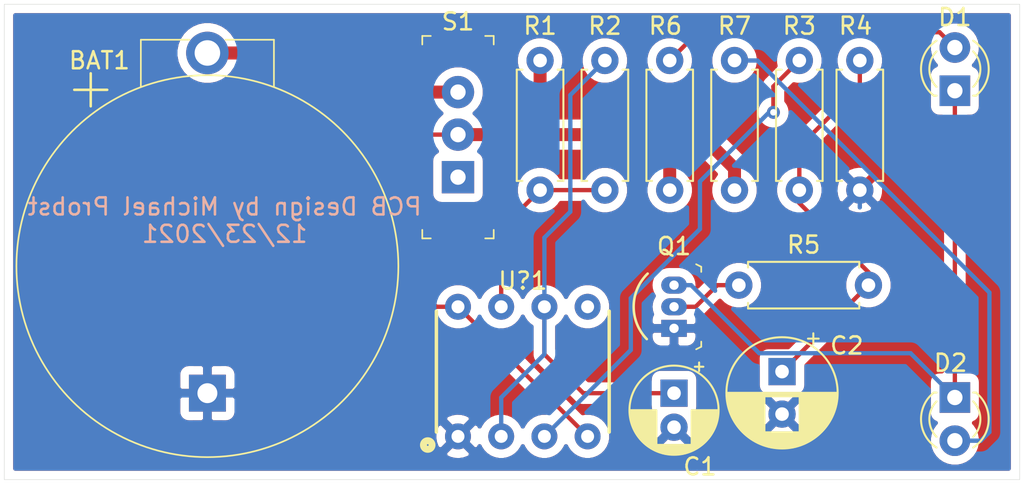
<source format=kicad_pcb>
(kicad_pcb (version 20171130) (host pcbnew "(5.1.12)-1")

  (general
    (thickness 1.6)
    (drawings 6)
    (tracks 71)
    (zones 0)
    (modules 15)
    (nets 14)
  )

  (page A4)
  (title_block
    (title "555 Badge")
    (rev v01)
    (comment 4 "Author: Michael Probst")
  )

  (layers
    (0 F.Cu signal)
    (31 B.Cu signal)
    (32 B.Adhes user)
    (33 F.Adhes user)
    (34 B.Paste user)
    (35 F.Paste user)
    (36 B.SilkS user)
    (37 F.SilkS user)
    (38 B.Mask user)
    (39 F.Mask user)
    (40 Dwgs.User user)
    (41 Cmts.User user)
    (42 Eco1.User user)
    (43 Eco2.User user)
    (44 Edge.Cuts user)
    (45 Margin user)
    (46 B.CrtYd user)
    (47 F.CrtYd user)
    (48 B.Fab user)
    (49 F.Fab user)
  )

  (setup
    (last_trace_width 0.254)
    (user_trace_width 0.254)
    (user_trace_width 0.762)
    (trace_clearance 0.1524)
    (zone_clearance 0.508)
    (zone_45_only no)
    (trace_min 0.1524)
    (via_size 0.762)
    (via_drill 0.381)
    (via_min_size 0.6858)
    (via_min_drill 0.3)
    (user_via 0.762 0.381)
    (uvia_size 0.762)
    (uvia_drill 0.381)
    (uvias_allowed no)
    (uvia_min_size 0.6858)
    (uvia_min_drill 0.1)
    (edge_width 0.05)
    (segment_width 0.2)
    (pcb_text_width 0.3)
    (pcb_text_size 1.5 1.5)
    (mod_edge_width 0.12)
    (mod_text_size 1 1)
    (mod_text_width 0.15)
    (pad_size 1.524 1.524)
    (pad_drill 0.762)
    (pad_to_mask_clearance 0)
    (aux_axis_origin 0 0)
    (visible_elements FFFFFF7F)
    (pcbplotparams
      (layerselection 0x010f0_ffffffff)
      (usegerberextensions true)
      (usegerberattributes true)
      (usegerberadvancedattributes true)
      (creategerberjobfile true)
      (excludeedgelayer true)
      (linewidth 0.100000)
      (plotframeref false)
      (viasonmask false)
      (mode 1)
      (useauxorigin false)
      (hpglpennumber 1)
      (hpglpenspeed 20)
      (hpglpendiameter 15.000000)
      (psnegative false)
      (psa4output false)
      (plotreference true)
      (plotvalue false)
      (plotinvisibletext false)
      (padsonsilk false)
      (subtractmaskfromsilk false)
      (outputformat 1)
      (mirror false)
      (drillshape 0)
      (scaleselection 1)
      (outputdirectory "gerbers/"))
  )

  (net 0 "")
  (net 1 GND)
  (net 2 "Net-(BAT1-PadPos)")
  (net 3 "Net-(C1-Pad1)")
  (net 4 "Net-(C2-Pad1)")
  (net 5 "Net-(D1-Pad1)")
  (net 6 "Net-(D1-Pad2)")
  (net 7 "Net-(D2-Pad2)")
  (net 8 "Net-(Q1-Pad2)")
  (net 9 VCC)
  (net 10 "Net-(R1-Pad2)")
  (net 11 "Net-(R3-Pad2)")
  (net 12 "Net-(S1-Pad1)")
  (net 13 "Net-(U?1-Pad5)")

  (net_class Default "This is the default net class."
    (clearance 0.1524)
    (trace_width 0.254)
    (via_dia 0.762)
    (via_drill 0.381)
    (uvia_dia 0.762)
    (uvia_drill 0.381)
    (add_net GND)
    (add_net "Net-(BAT1-PadPos)")
    (add_net "Net-(C1-Pad1)")
    (add_net "Net-(C2-Pad1)")
    (add_net "Net-(D1-Pad1)")
    (add_net "Net-(D1-Pad2)")
    (add_net "Net-(D2-Pad2)")
    (add_net "Net-(Q1-Pad2)")
    (add_net "Net-(R1-Pad2)")
    (add_net "Net-(R3-Pad2)")
    (add_net "Net-(S1-Pad1)")
    (add_net "Net-(U?1-Pad5)")
    (add_net VCC)
  )

  (module Resistor_THT:R_Axial_DIN0207_L6.3mm_D2.5mm_P7.62mm_Horizontal (layer F.Cu) (tedit 5AE5139B) (tstamp 61C46BC6)
    (at 72.136 109.982 270)
    (descr "Resistor, Axial_DIN0207 series, Axial, Horizontal, pin pitch=7.62mm, 0.25W = 1/4W, length*diameter=6.3*2.5mm^2, http://cdn-reichelt.de/documents/datenblatt/B400/1_4W%23YAG.pdf")
    (tags "Resistor Axial_DIN0207 series Axial Horizontal pin pitch 7.62mm 0.25W = 1/4W length 6.3mm diameter 2.5mm")
    (path /61C2931F)
    (fp_text reference R1 (at -2.032 0 180) (layer F.SilkS)
      (effects (font (size 1 1) (thickness 0.15)))
    )
    (fp_text value 22k (at 3.81 0.254 90) (layer F.Fab)
      (effects (font (size 1 1) (thickness 0.15)))
    )
    (fp_line (start 8.67 -1.5) (end -1.05 -1.5) (layer F.CrtYd) (width 0.05))
    (fp_line (start 8.67 1.5) (end 8.67 -1.5) (layer F.CrtYd) (width 0.05))
    (fp_line (start -1.05 1.5) (end 8.67 1.5) (layer F.CrtYd) (width 0.05))
    (fp_line (start -1.05 -1.5) (end -1.05 1.5) (layer F.CrtYd) (width 0.05))
    (fp_line (start 7.08 1.37) (end 7.08 1.04) (layer F.SilkS) (width 0.12))
    (fp_line (start 0.54 1.37) (end 7.08 1.37) (layer F.SilkS) (width 0.12))
    (fp_line (start 0.54 1.04) (end 0.54 1.37) (layer F.SilkS) (width 0.12))
    (fp_line (start 7.08 -1.37) (end 7.08 -1.04) (layer F.SilkS) (width 0.12))
    (fp_line (start 0.54 -1.37) (end 7.08 -1.37) (layer F.SilkS) (width 0.12))
    (fp_line (start 0.54 -1.04) (end 0.54 -1.37) (layer F.SilkS) (width 0.12))
    (fp_line (start 7.62 0) (end 6.96 0) (layer F.Fab) (width 0.1))
    (fp_line (start 0 0) (end 0.66 0) (layer F.Fab) (width 0.1))
    (fp_line (start 6.96 -1.25) (end 0.66 -1.25) (layer F.Fab) (width 0.1))
    (fp_line (start 6.96 1.25) (end 6.96 -1.25) (layer F.Fab) (width 0.1))
    (fp_line (start 0.66 1.25) (end 6.96 1.25) (layer F.Fab) (width 0.1))
    (fp_line (start 0.66 -1.25) (end 0.66 1.25) (layer F.Fab) (width 0.1))
    (pad 1 thru_hole circle (at 0 0 270) (size 1.6 1.6) (drill 0.8) (layers *.Cu *.Mask)
      (net 9 VCC))
    (pad 2 thru_hole oval (at 7.62 0 270) (size 1.6 1.6) (drill 0.8) (layers *.Cu *.Mask)
      (net 10 "Net-(R1-Pad2)"))
    (model ${KISYS3DMOD}/Resistor_THT.3dshapes/R_Axial_DIN0207_L6.3mm_D2.5mm_P7.62mm_Horizontal.wrl
      (at (xyz 0 0 0))
      (scale (xyz 1 1 1))
      (rotate (xyz 0 0 0))
    )
  )

  (module digikey-footprints:Battery_Holder_Coin_2032_BS-7 (layer F.Cu) (tedit 5ACD0859) (tstamp 61C45A49)
    (at 52.578 129.54 90)
    (descr http://www.memoryprotectiondevices.com/datasheets/BS-7-datasheet.pdf)
    (path /61C2ADBE)
    (fp_text reference BAT1 (at 19.558 -6.35 180) (layer F.SilkS)
      (effects (font (size 1 1) (thickness 0.15)))
    )
    (fp_text value BS-7 (at 7.366 2.54 90) (layer F.Fab)
      (effects (font (size 1 1) (thickness 0.15)))
    )
    (fp_circle (center 7.4676 0) (end -3.7084 0) (layer F.Fab) (width 0.1))
    (fp_circle (center 7.4676 0) (end -3.7592 0) (layer F.SilkS) (width 0.1))
    (fp_line (start 17.9832 -3.81) (end 20.6756 -3.81) (layer F.Fab) (width 0.1))
    (fp_line (start 17.9832 3.81) (end 20.6756 3.81) (layer F.Fab) (width 0.1))
    (fp_line (start 20.6756 -3.81) (end 20.6756 3.81) (layer F.Fab) (width 0.1))
    (fp_line (start 18.034 -3.9116) (end 20.7772 -3.9116) (layer F.SilkS) (width 0.1))
    (fp_line (start 18.034 3.9116) (end 20.7772 3.9116) (layer F.SilkS) (width 0.1))
    (fp_line (start 20.7772 -3.9116) (end 20.7772 -1.0668) (layer F.SilkS) (width 0.1))
    (fp_line (start 20.7772 3.9116) (end 20.7772 1.0668) (layer F.SilkS) (width 0.1))
    (fp_line (start -3.9624 -11.43) (end -3.9624 11.43) (layer F.CrtYd) (width 0.05))
    (fp_line (start 21.5138 -11.43) (end 21.5138 11.43) (layer F.CrtYd) (width 0.05))
    (fp_line (start -3.9624 -11.43) (end 21.5138 -11.43) (layer F.CrtYd) (width 0.05))
    (fp_line (start -3.9624 11.43) (end 21.5138 11.43) (layer F.CrtYd) (width 0.05))
    (fp_text user %R (at 7.4676 0 90) (layer F.Fab)
      (effects (font (size 1 1) (thickness 0.15)))
    )
    (pad Neg thru_hole rect (at 0 0 90) (size 2.17 2.17) (drill 1.17) (layers *.Cu *.Mask)
      (net 1 GND))
    (pad Pos thru_hole circle (at 20 0 90) (size 2.5 2.5) (drill 1.5) (layers *.Cu *.Mask)
      (net 2 "Net-(BAT1-PadPos)"))
  )

  (module Capacitor_THT:CP_Radial_D5.0mm_P2.00mm (layer F.Cu) (tedit 5AE50EF0) (tstamp 61C46571)
    (at 80.01 129.54 270)
    (descr "CP, Radial series, Radial, pin pitch=2.00mm, , diameter=5mm, Electrolytic Capacitor")
    (tags "CP Radial series Radial pin pitch 2.00mm  diameter 5mm Electrolytic Capacitor")
    (path /61C2DD86)
    (fp_text reference C1 (at 4.318 -1.524 180) (layer F.SilkS)
      (effects (font (size 1 1) (thickness 0.15)))
    )
    (fp_text value 10uF (at 4.318 2.032 180) (layer F.Fab)
      (effects (font (size 1 1) (thickness 0.15)))
    )
    (fp_line (start -1.554775 -1.725) (end -1.554775 -1.225) (layer F.SilkS) (width 0.12))
    (fp_line (start -1.804775 -1.475) (end -1.304775 -1.475) (layer F.SilkS) (width 0.12))
    (fp_line (start 3.601 -0.284) (end 3.601 0.284) (layer F.SilkS) (width 0.12))
    (fp_line (start 3.561 -0.518) (end 3.561 0.518) (layer F.SilkS) (width 0.12))
    (fp_line (start 3.521 -0.677) (end 3.521 0.677) (layer F.SilkS) (width 0.12))
    (fp_line (start 3.481 -0.805) (end 3.481 0.805) (layer F.SilkS) (width 0.12))
    (fp_line (start 3.441 -0.915) (end 3.441 0.915) (layer F.SilkS) (width 0.12))
    (fp_line (start 3.401 -1.011) (end 3.401 1.011) (layer F.SilkS) (width 0.12))
    (fp_line (start 3.361 -1.098) (end 3.361 1.098) (layer F.SilkS) (width 0.12))
    (fp_line (start 3.321 -1.178) (end 3.321 1.178) (layer F.SilkS) (width 0.12))
    (fp_line (start 3.281 -1.251) (end 3.281 1.251) (layer F.SilkS) (width 0.12))
    (fp_line (start 3.241 -1.319) (end 3.241 1.319) (layer F.SilkS) (width 0.12))
    (fp_line (start 3.201 -1.383) (end 3.201 1.383) (layer F.SilkS) (width 0.12))
    (fp_line (start 3.161 -1.443) (end 3.161 1.443) (layer F.SilkS) (width 0.12))
    (fp_line (start 3.121 -1.5) (end 3.121 1.5) (layer F.SilkS) (width 0.12))
    (fp_line (start 3.081 -1.554) (end 3.081 1.554) (layer F.SilkS) (width 0.12))
    (fp_line (start 3.041 -1.605) (end 3.041 1.605) (layer F.SilkS) (width 0.12))
    (fp_line (start 3.001 1.04) (end 3.001 1.653) (layer F.SilkS) (width 0.12))
    (fp_line (start 3.001 -1.653) (end 3.001 -1.04) (layer F.SilkS) (width 0.12))
    (fp_line (start 2.961 1.04) (end 2.961 1.699) (layer F.SilkS) (width 0.12))
    (fp_line (start 2.961 -1.699) (end 2.961 -1.04) (layer F.SilkS) (width 0.12))
    (fp_line (start 2.921 1.04) (end 2.921 1.743) (layer F.SilkS) (width 0.12))
    (fp_line (start 2.921 -1.743) (end 2.921 -1.04) (layer F.SilkS) (width 0.12))
    (fp_line (start 2.881 1.04) (end 2.881 1.785) (layer F.SilkS) (width 0.12))
    (fp_line (start 2.881 -1.785) (end 2.881 -1.04) (layer F.SilkS) (width 0.12))
    (fp_line (start 2.841 1.04) (end 2.841 1.826) (layer F.SilkS) (width 0.12))
    (fp_line (start 2.841 -1.826) (end 2.841 -1.04) (layer F.SilkS) (width 0.12))
    (fp_line (start 2.801 1.04) (end 2.801 1.864) (layer F.SilkS) (width 0.12))
    (fp_line (start 2.801 -1.864) (end 2.801 -1.04) (layer F.SilkS) (width 0.12))
    (fp_line (start 2.761 1.04) (end 2.761 1.901) (layer F.SilkS) (width 0.12))
    (fp_line (start 2.761 -1.901) (end 2.761 -1.04) (layer F.SilkS) (width 0.12))
    (fp_line (start 2.721 1.04) (end 2.721 1.937) (layer F.SilkS) (width 0.12))
    (fp_line (start 2.721 -1.937) (end 2.721 -1.04) (layer F.SilkS) (width 0.12))
    (fp_line (start 2.681 1.04) (end 2.681 1.971) (layer F.SilkS) (width 0.12))
    (fp_line (start 2.681 -1.971) (end 2.681 -1.04) (layer F.SilkS) (width 0.12))
    (fp_line (start 2.641 1.04) (end 2.641 2.004) (layer F.SilkS) (width 0.12))
    (fp_line (start 2.641 -2.004) (end 2.641 -1.04) (layer F.SilkS) (width 0.12))
    (fp_line (start 2.601 1.04) (end 2.601 2.035) (layer F.SilkS) (width 0.12))
    (fp_line (start 2.601 -2.035) (end 2.601 -1.04) (layer F.SilkS) (width 0.12))
    (fp_line (start 2.561 1.04) (end 2.561 2.065) (layer F.SilkS) (width 0.12))
    (fp_line (start 2.561 -2.065) (end 2.561 -1.04) (layer F.SilkS) (width 0.12))
    (fp_line (start 2.521 1.04) (end 2.521 2.095) (layer F.SilkS) (width 0.12))
    (fp_line (start 2.521 -2.095) (end 2.521 -1.04) (layer F.SilkS) (width 0.12))
    (fp_line (start 2.481 1.04) (end 2.481 2.122) (layer F.SilkS) (width 0.12))
    (fp_line (start 2.481 -2.122) (end 2.481 -1.04) (layer F.SilkS) (width 0.12))
    (fp_line (start 2.441 1.04) (end 2.441 2.149) (layer F.SilkS) (width 0.12))
    (fp_line (start 2.441 -2.149) (end 2.441 -1.04) (layer F.SilkS) (width 0.12))
    (fp_line (start 2.401 1.04) (end 2.401 2.175) (layer F.SilkS) (width 0.12))
    (fp_line (start 2.401 -2.175) (end 2.401 -1.04) (layer F.SilkS) (width 0.12))
    (fp_line (start 2.361 1.04) (end 2.361 2.2) (layer F.SilkS) (width 0.12))
    (fp_line (start 2.361 -2.2) (end 2.361 -1.04) (layer F.SilkS) (width 0.12))
    (fp_line (start 2.321 1.04) (end 2.321 2.224) (layer F.SilkS) (width 0.12))
    (fp_line (start 2.321 -2.224) (end 2.321 -1.04) (layer F.SilkS) (width 0.12))
    (fp_line (start 2.281 1.04) (end 2.281 2.247) (layer F.SilkS) (width 0.12))
    (fp_line (start 2.281 -2.247) (end 2.281 -1.04) (layer F.SilkS) (width 0.12))
    (fp_line (start 2.241 1.04) (end 2.241 2.268) (layer F.SilkS) (width 0.12))
    (fp_line (start 2.241 -2.268) (end 2.241 -1.04) (layer F.SilkS) (width 0.12))
    (fp_line (start 2.201 1.04) (end 2.201 2.29) (layer F.SilkS) (width 0.12))
    (fp_line (start 2.201 -2.29) (end 2.201 -1.04) (layer F.SilkS) (width 0.12))
    (fp_line (start 2.161 1.04) (end 2.161 2.31) (layer F.SilkS) (width 0.12))
    (fp_line (start 2.161 -2.31) (end 2.161 -1.04) (layer F.SilkS) (width 0.12))
    (fp_line (start 2.121 1.04) (end 2.121 2.329) (layer F.SilkS) (width 0.12))
    (fp_line (start 2.121 -2.329) (end 2.121 -1.04) (layer F.SilkS) (width 0.12))
    (fp_line (start 2.081 1.04) (end 2.081 2.348) (layer F.SilkS) (width 0.12))
    (fp_line (start 2.081 -2.348) (end 2.081 -1.04) (layer F.SilkS) (width 0.12))
    (fp_line (start 2.041 1.04) (end 2.041 2.365) (layer F.SilkS) (width 0.12))
    (fp_line (start 2.041 -2.365) (end 2.041 -1.04) (layer F.SilkS) (width 0.12))
    (fp_line (start 2.001 1.04) (end 2.001 2.382) (layer F.SilkS) (width 0.12))
    (fp_line (start 2.001 -2.382) (end 2.001 -1.04) (layer F.SilkS) (width 0.12))
    (fp_line (start 1.961 1.04) (end 1.961 2.398) (layer F.SilkS) (width 0.12))
    (fp_line (start 1.961 -2.398) (end 1.961 -1.04) (layer F.SilkS) (width 0.12))
    (fp_line (start 1.921 1.04) (end 1.921 2.414) (layer F.SilkS) (width 0.12))
    (fp_line (start 1.921 -2.414) (end 1.921 -1.04) (layer F.SilkS) (width 0.12))
    (fp_line (start 1.881 1.04) (end 1.881 2.428) (layer F.SilkS) (width 0.12))
    (fp_line (start 1.881 -2.428) (end 1.881 -1.04) (layer F.SilkS) (width 0.12))
    (fp_line (start 1.841 1.04) (end 1.841 2.442) (layer F.SilkS) (width 0.12))
    (fp_line (start 1.841 -2.442) (end 1.841 -1.04) (layer F.SilkS) (width 0.12))
    (fp_line (start 1.801 1.04) (end 1.801 2.455) (layer F.SilkS) (width 0.12))
    (fp_line (start 1.801 -2.455) (end 1.801 -1.04) (layer F.SilkS) (width 0.12))
    (fp_line (start 1.761 1.04) (end 1.761 2.468) (layer F.SilkS) (width 0.12))
    (fp_line (start 1.761 -2.468) (end 1.761 -1.04) (layer F.SilkS) (width 0.12))
    (fp_line (start 1.721 1.04) (end 1.721 2.48) (layer F.SilkS) (width 0.12))
    (fp_line (start 1.721 -2.48) (end 1.721 -1.04) (layer F.SilkS) (width 0.12))
    (fp_line (start 1.68 1.04) (end 1.68 2.491) (layer F.SilkS) (width 0.12))
    (fp_line (start 1.68 -2.491) (end 1.68 -1.04) (layer F.SilkS) (width 0.12))
    (fp_line (start 1.64 1.04) (end 1.64 2.501) (layer F.SilkS) (width 0.12))
    (fp_line (start 1.64 -2.501) (end 1.64 -1.04) (layer F.SilkS) (width 0.12))
    (fp_line (start 1.6 1.04) (end 1.6 2.511) (layer F.SilkS) (width 0.12))
    (fp_line (start 1.6 -2.511) (end 1.6 -1.04) (layer F.SilkS) (width 0.12))
    (fp_line (start 1.56 1.04) (end 1.56 2.52) (layer F.SilkS) (width 0.12))
    (fp_line (start 1.56 -2.52) (end 1.56 -1.04) (layer F.SilkS) (width 0.12))
    (fp_line (start 1.52 1.04) (end 1.52 2.528) (layer F.SilkS) (width 0.12))
    (fp_line (start 1.52 -2.528) (end 1.52 -1.04) (layer F.SilkS) (width 0.12))
    (fp_line (start 1.48 1.04) (end 1.48 2.536) (layer F.SilkS) (width 0.12))
    (fp_line (start 1.48 -2.536) (end 1.48 -1.04) (layer F.SilkS) (width 0.12))
    (fp_line (start 1.44 1.04) (end 1.44 2.543) (layer F.SilkS) (width 0.12))
    (fp_line (start 1.44 -2.543) (end 1.44 -1.04) (layer F.SilkS) (width 0.12))
    (fp_line (start 1.4 1.04) (end 1.4 2.55) (layer F.SilkS) (width 0.12))
    (fp_line (start 1.4 -2.55) (end 1.4 -1.04) (layer F.SilkS) (width 0.12))
    (fp_line (start 1.36 1.04) (end 1.36 2.556) (layer F.SilkS) (width 0.12))
    (fp_line (start 1.36 -2.556) (end 1.36 -1.04) (layer F.SilkS) (width 0.12))
    (fp_line (start 1.32 1.04) (end 1.32 2.561) (layer F.SilkS) (width 0.12))
    (fp_line (start 1.32 -2.561) (end 1.32 -1.04) (layer F.SilkS) (width 0.12))
    (fp_line (start 1.28 1.04) (end 1.28 2.565) (layer F.SilkS) (width 0.12))
    (fp_line (start 1.28 -2.565) (end 1.28 -1.04) (layer F.SilkS) (width 0.12))
    (fp_line (start 1.24 1.04) (end 1.24 2.569) (layer F.SilkS) (width 0.12))
    (fp_line (start 1.24 -2.569) (end 1.24 -1.04) (layer F.SilkS) (width 0.12))
    (fp_line (start 1.2 1.04) (end 1.2 2.573) (layer F.SilkS) (width 0.12))
    (fp_line (start 1.2 -2.573) (end 1.2 -1.04) (layer F.SilkS) (width 0.12))
    (fp_line (start 1.16 1.04) (end 1.16 2.576) (layer F.SilkS) (width 0.12))
    (fp_line (start 1.16 -2.576) (end 1.16 -1.04) (layer F.SilkS) (width 0.12))
    (fp_line (start 1.12 1.04) (end 1.12 2.578) (layer F.SilkS) (width 0.12))
    (fp_line (start 1.12 -2.578) (end 1.12 -1.04) (layer F.SilkS) (width 0.12))
    (fp_line (start 1.08 1.04) (end 1.08 2.579) (layer F.SilkS) (width 0.12))
    (fp_line (start 1.08 -2.579) (end 1.08 -1.04) (layer F.SilkS) (width 0.12))
    (fp_line (start 1.04 -2.58) (end 1.04 -1.04) (layer F.SilkS) (width 0.12))
    (fp_line (start 1.04 1.04) (end 1.04 2.58) (layer F.SilkS) (width 0.12))
    (fp_line (start 1 -2.58) (end 1 -1.04) (layer F.SilkS) (width 0.12))
    (fp_line (start 1 1.04) (end 1 2.58) (layer F.SilkS) (width 0.12))
    (fp_line (start -0.883605 -1.3375) (end -0.883605 -0.8375) (layer F.Fab) (width 0.1))
    (fp_line (start -1.133605 -1.0875) (end -0.633605 -1.0875) (layer F.Fab) (width 0.1))
    (fp_circle (center 1 0) (end 3.75 0) (layer F.CrtYd) (width 0.05))
    (fp_circle (center 1 0) (end 3.62 0) (layer F.SilkS) (width 0.12))
    (fp_circle (center 1 0) (end 3.5 0) (layer F.Fab) (width 0.1))
    (fp_text user %R (at 1 0 90) (layer F.Fab)
      (effects (font (size 1 1) (thickness 0.15)))
    )
    (pad 1 thru_hole rect (at 0 0 270) (size 1.6 1.6) (drill 0.8) (layers *.Cu *.Mask)
      (net 3 "Net-(C1-Pad1)"))
    (pad 2 thru_hole circle (at 2 0 270) (size 1.6 1.6) (drill 0.8) (layers *.Cu *.Mask)
      (net 1 GND))
    (model ${KISYS3DMOD}/Capacitor_THT.3dshapes/CP_Radial_D5.0mm_P2.00mm.wrl
      (at (xyz 0 0 0))
      (scale (xyz 1 1 1))
      (rotate (xyz 0 0 0))
    )
  )

  (module Capacitor_THT:CP_Radial_D6.3mm_P2.50mm (layer F.Cu) (tedit 5AE50EF0) (tstamp 61C45B60)
    (at 86.36 128.27 270)
    (descr "CP, Radial series, Radial, pin pitch=2.50mm, , diameter=6.3mm, Electrolytic Capacitor")
    (tags "CP Radial series Radial pin pitch 2.50mm  diameter 6.3mm Electrolytic Capacitor")
    (path /61C2CD88)
    (fp_text reference C2 (at -1.524 -3.81 180) (layer F.SilkS)
      (effects (font (size 1 1) (thickness 0.15)))
    )
    (fp_text value 100uF (at 5.588 0 180) (layer F.Fab)
      (effects (font (size 1 1) (thickness 0.15)))
    )
    (fp_line (start -1.935241 -2.154) (end -1.935241 -1.524) (layer F.SilkS) (width 0.12))
    (fp_line (start -2.250241 -1.839) (end -1.620241 -1.839) (layer F.SilkS) (width 0.12))
    (fp_line (start 4.491 -0.402) (end 4.491 0.402) (layer F.SilkS) (width 0.12))
    (fp_line (start 4.451 -0.633) (end 4.451 0.633) (layer F.SilkS) (width 0.12))
    (fp_line (start 4.411 -0.802) (end 4.411 0.802) (layer F.SilkS) (width 0.12))
    (fp_line (start 4.371 -0.94) (end 4.371 0.94) (layer F.SilkS) (width 0.12))
    (fp_line (start 4.331 -1.059) (end 4.331 1.059) (layer F.SilkS) (width 0.12))
    (fp_line (start 4.291 -1.165) (end 4.291 1.165) (layer F.SilkS) (width 0.12))
    (fp_line (start 4.251 -1.262) (end 4.251 1.262) (layer F.SilkS) (width 0.12))
    (fp_line (start 4.211 -1.35) (end 4.211 1.35) (layer F.SilkS) (width 0.12))
    (fp_line (start 4.171 -1.432) (end 4.171 1.432) (layer F.SilkS) (width 0.12))
    (fp_line (start 4.131 -1.509) (end 4.131 1.509) (layer F.SilkS) (width 0.12))
    (fp_line (start 4.091 -1.581) (end 4.091 1.581) (layer F.SilkS) (width 0.12))
    (fp_line (start 4.051 -1.65) (end 4.051 1.65) (layer F.SilkS) (width 0.12))
    (fp_line (start 4.011 -1.714) (end 4.011 1.714) (layer F.SilkS) (width 0.12))
    (fp_line (start 3.971 -1.776) (end 3.971 1.776) (layer F.SilkS) (width 0.12))
    (fp_line (start 3.931 -1.834) (end 3.931 1.834) (layer F.SilkS) (width 0.12))
    (fp_line (start 3.891 -1.89) (end 3.891 1.89) (layer F.SilkS) (width 0.12))
    (fp_line (start 3.851 -1.944) (end 3.851 1.944) (layer F.SilkS) (width 0.12))
    (fp_line (start 3.811 -1.995) (end 3.811 1.995) (layer F.SilkS) (width 0.12))
    (fp_line (start 3.771 -2.044) (end 3.771 2.044) (layer F.SilkS) (width 0.12))
    (fp_line (start 3.731 -2.092) (end 3.731 2.092) (layer F.SilkS) (width 0.12))
    (fp_line (start 3.691 -2.137) (end 3.691 2.137) (layer F.SilkS) (width 0.12))
    (fp_line (start 3.651 -2.182) (end 3.651 2.182) (layer F.SilkS) (width 0.12))
    (fp_line (start 3.611 -2.224) (end 3.611 2.224) (layer F.SilkS) (width 0.12))
    (fp_line (start 3.571 -2.265) (end 3.571 2.265) (layer F.SilkS) (width 0.12))
    (fp_line (start 3.531 1.04) (end 3.531 2.305) (layer F.SilkS) (width 0.12))
    (fp_line (start 3.531 -2.305) (end 3.531 -1.04) (layer F.SilkS) (width 0.12))
    (fp_line (start 3.491 1.04) (end 3.491 2.343) (layer F.SilkS) (width 0.12))
    (fp_line (start 3.491 -2.343) (end 3.491 -1.04) (layer F.SilkS) (width 0.12))
    (fp_line (start 3.451 1.04) (end 3.451 2.38) (layer F.SilkS) (width 0.12))
    (fp_line (start 3.451 -2.38) (end 3.451 -1.04) (layer F.SilkS) (width 0.12))
    (fp_line (start 3.411 1.04) (end 3.411 2.416) (layer F.SilkS) (width 0.12))
    (fp_line (start 3.411 -2.416) (end 3.411 -1.04) (layer F.SilkS) (width 0.12))
    (fp_line (start 3.371 1.04) (end 3.371 2.45) (layer F.SilkS) (width 0.12))
    (fp_line (start 3.371 -2.45) (end 3.371 -1.04) (layer F.SilkS) (width 0.12))
    (fp_line (start 3.331 1.04) (end 3.331 2.484) (layer F.SilkS) (width 0.12))
    (fp_line (start 3.331 -2.484) (end 3.331 -1.04) (layer F.SilkS) (width 0.12))
    (fp_line (start 3.291 1.04) (end 3.291 2.516) (layer F.SilkS) (width 0.12))
    (fp_line (start 3.291 -2.516) (end 3.291 -1.04) (layer F.SilkS) (width 0.12))
    (fp_line (start 3.251 1.04) (end 3.251 2.548) (layer F.SilkS) (width 0.12))
    (fp_line (start 3.251 -2.548) (end 3.251 -1.04) (layer F.SilkS) (width 0.12))
    (fp_line (start 3.211 1.04) (end 3.211 2.578) (layer F.SilkS) (width 0.12))
    (fp_line (start 3.211 -2.578) (end 3.211 -1.04) (layer F.SilkS) (width 0.12))
    (fp_line (start 3.171 1.04) (end 3.171 2.607) (layer F.SilkS) (width 0.12))
    (fp_line (start 3.171 -2.607) (end 3.171 -1.04) (layer F.SilkS) (width 0.12))
    (fp_line (start 3.131 1.04) (end 3.131 2.636) (layer F.SilkS) (width 0.12))
    (fp_line (start 3.131 -2.636) (end 3.131 -1.04) (layer F.SilkS) (width 0.12))
    (fp_line (start 3.091 1.04) (end 3.091 2.664) (layer F.SilkS) (width 0.12))
    (fp_line (start 3.091 -2.664) (end 3.091 -1.04) (layer F.SilkS) (width 0.12))
    (fp_line (start 3.051 1.04) (end 3.051 2.69) (layer F.SilkS) (width 0.12))
    (fp_line (start 3.051 -2.69) (end 3.051 -1.04) (layer F.SilkS) (width 0.12))
    (fp_line (start 3.011 1.04) (end 3.011 2.716) (layer F.SilkS) (width 0.12))
    (fp_line (start 3.011 -2.716) (end 3.011 -1.04) (layer F.SilkS) (width 0.12))
    (fp_line (start 2.971 1.04) (end 2.971 2.742) (layer F.SilkS) (width 0.12))
    (fp_line (start 2.971 -2.742) (end 2.971 -1.04) (layer F.SilkS) (width 0.12))
    (fp_line (start 2.931 1.04) (end 2.931 2.766) (layer F.SilkS) (width 0.12))
    (fp_line (start 2.931 -2.766) (end 2.931 -1.04) (layer F.SilkS) (width 0.12))
    (fp_line (start 2.891 1.04) (end 2.891 2.79) (layer F.SilkS) (width 0.12))
    (fp_line (start 2.891 -2.79) (end 2.891 -1.04) (layer F.SilkS) (width 0.12))
    (fp_line (start 2.851 1.04) (end 2.851 2.812) (layer F.SilkS) (width 0.12))
    (fp_line (start 2.851 -2.812) (end 2.851 -1.04) (layer F.SilkS) (width 0.12))
    (fp_line (start 2.811 1.04) (end 2.811 2.834) (layer F.SilkS) (width 0.12))
    (fp_line (start 2.811 -2.834) (end 2.811 -1.04) (layer F.SilkS) (width 0.12))
    (fp_line (start 2.771 1.04) (end 2.771 2.856) (layer F.SilkS) (width 0.12))
    (fp_line (start 2.771 -2.856) (end 2.771 -1.04) (layer F.SilkS) (width 0.12))
    (fp_line (start 2.731 1.04) (end 2.731 2.876) (layer F.SilkS) (width 0.12))
    (fp_line (start 2.731 -2.876) (end 2.731 -1.04) (layer F.SilkS) (width 0.12))
    (fp_line (start 2.691 1.04) (end 2.691 2.896) (layer F.SilkS) (width 0.12))
    (fp_line (start 2.691 -2.896) (end 2.691 -1.04) (layer F.SilkS) (width 0.12))
    (fp_line (start 2.651 1.04) (end 2.651 2.916) (layer F.SilkS) (width 0.12))
    (fp_line (start 2.651 -2.916) (end 2.651 -1.04) (layer F.SilkS) (width 0.12))
    (fp_line (start 2.611 1.04) (end 2.611 2.934) (layer F.SilkS) (width 0.12))
    (fp_line (start 2.611 -2.934) (end 2.611 -1.04) (layer F.SilkS) (width 0.12))
    (fp_line (start 2.571 1.04) (end 2.571 2.952) (layer F.SilkS) (width 0.12))
    (fp_line (start 2.571 -2.952) (end 2.571 -1.04) (layer F.SilkS) (width 0.12))
    (fp_line (start 2.531 1.04) (end 2.531 2.97) (layer F.SilkS) (width 0.12))
    (fp_line (start 2.531 -2.97) (end 2.531 -1.04) (layer F.SilkS) (width 0.12))
    (fp_line (start 2.491 1.04) (end 2.491 2.986) (layer F.SilkS) (width 0.12))
    (fp_line (start 2.491 -2.986) (end 2.491 -1.04) (layer F.SilkS) (width 0.12))
    (fp_line (start 2.451 1.04) (end 2.451 3.002) (layer F.SilkS) (width 0.12))
    (fp_line (start 2.451 -3.002) (end 2.451 -1.04) (layer F.SilkS) (width 0.12))
    (fp_line (start 2.411 1.04) (end 2.411 3.018) (layer F.SilkS) (width 0.12))
    (fp_line (start 2.411 -3.018) (end 2.411 -1.04) (layer F.SilkS) (width 0.12))
    (fp_line (start 2.371 1.04) (end 2.371 3.033) (layer F.SilkS) (width 0.12))
    (fp_line (start 2.371 -3.033) (end 2.371 -1.04) (layer F.SilkS) (width 0.12))
    (fp_line (start 2.331 1.04) (end 2.331 3.047) (layer F.SilkS) (width 0.12))
    (fp_line (start 2.331 -3.047) (end 2.331 -1.04) (layer F.SilkS) (width 0.12))
    (fp_line (start 2.291 1.04) (end 2.291 3.061) (layer F.SilkS) (width 0.12))
    (fp_line (start 2.291 -3.061) (end 2.291 -1.04) (layer F.SilkS) (width 0.12))
    (fp_line (start 2.251 1.04) (end 2.251 3.074) (layer F.SilkS) (width 0.12))
    (fp_line (start 2.251 -3.074) (end 2.251 -1.04) (layer F.SilkS) (width 0.12))
    (fp_line (start 2.211 1.04) (end 2.211 3.086) (layer F.SilkS) (width 0.12))
    (fp_line (start 2.211 -3.086) (end 2.211 -1.04) (layer F.SilkS) (width 0.12))
    (fp_line (start 2.171 1.04) (end 2.171 3.098) (layer F.SilkS) (width 0.12))
    (fp_line (start 2.171 -3.098) (end 2.171 -1.04) (layer F.SilkS) (width 0.12))
    (fp_line (start 2.131 1.04) (end 2.131 3.11) (layer F.SilkS) (width 0.12))
    (fp_line (start 2.131 -3.11) (end 2.131 -1.04) (layer F.SilkS) (width 0.12))
    (fp_line (start 2.091 1.04) (end 2.091 3.121) (layer F.SilkS) (width 0.12))
    (fp_line (start 2.091 -3.121) (end 2.091 -1.04) (layer F.SilkS) (width 0.12))
    (fp_line (start 2.051 1.04) (end 2.051 3.131) (layer F.SilkS) (width 0.12))
    (fp_line (start 2.051 -3.131) (end 2.051 -1.04) (layer F.SilkS) (width 0.12))
    (fp_line (start 2.011 1.04) (end 2.011 3.141) (layer F.SilkS) (width 0.12))
    (fp_line (start 2.011 -3.141) (end 2.011 -1.04) (layer F.SilkS) (width 0.12))
    (fp_line (start 1.971 1.04) (end 1.971 3.15) (layer F.SilkS) (width 0.12))
    (fp_line (start 1.971 -3.15) (end 1.971 -1.04) (layer F.SilkS) (width 0.12))
    (fp_line (start 1.93 1.04) (end 1.93 3.159) (layer F.SilkS) (width 0.12))
    (fp_line (start 1.93 -3.159) (end 1.93 -1.04) (layer F.SilkS) (width 0.12))
    (fp_line (start 1.89 1.04) (end 1.89 3.167) (layer F.SilkS) (width 0.12))
    (fp_line (start 1.89 -3.167) (end 1.89 -1.04) (layer F.SilkS) (width 0.12))
    (fp_line (start 1.85 1.04) (end 1.85 3.175) (layer F.SilkS) (width 0.12))
    (fp_line (start 1.85 -3.175) (end 1.85 -1.04) (layer F.SilkS) (width 0.12))
    (fp_line (start 1.81 1.04) (end 1.81 3.182) (layer F.SilkS) (width 0.12))
    (fp_line (start 1.81 -3.182) (end 1.81 -1.04) (layer F.SilkS) (width 0.12))
    (fp_line (start 1.77 1.04) (end 1.77 3.189) (layer F.SilkS) (width 0.12))
    (fp_line (start 1.77 -3.189) (end 1.77 -1.04) (layer F.SilkS) (width 0.12))
    (fp_line (start 1.73 1.04) (end 1.73 3.195) (layer F.SilkS) (width 0.12))
    (fp_line (start 1.73 -3.195) (end 1.73 -1.04) (layer F.SilkS) (width 0.12))
    (fp_line (start 1.69 1.04) (end 1.69 3.201) (layer F.SilkS) (width 0.12))
    (fp_line (start 1.69 -3.201) (end 1.69 -1.04) (layer F.SilkS) (width 0.12))
    (fp_line (start 1.65 1.04) (end 1.65 3.206) (layer F.SilkS) (width 0.12))
    (fp_line (start 1.65 -3.206) (end 1.65 -1.04) (layer F.SilkS) (width 0.12))
    (fp_line (start 1.61 1.04) (end 1.61 3.211) (layer F.SilkS) (width 0.12))
    (fp_line (start 1.61 -3.211) (end 1.61 -1.04) (layer F.SilkS) (width 0.12))
    (fp_line (start 1.57 1.04) (end 1.57 3.215) (layer F.SilkS) (width 0.12))
    (fp_line (start 1.57 -3.215) (end 1.57 -1.04) (layer F.SilkS) (width 0.12))
    (fp_line (start 1.53 1.04) (end 1.53 3.218) (layer F.SilkS) (width 0.12))
    (fp_line (start 1.53 -3.218) (end 1.53 -1.04) (layer F.SilkS) (width 0.12))
    (fp_line (start 1.49 1.04) (end 1.49 3.222) (layer F.SilkS) (width 0.12))
    (fp_line (start 1.49 -3.222) (end 1.49 -1.04) (layer F.SilkS) (width 0.12))
    (fp_line (start 1.45 -3.224) (end 1.45 3.224) (layer F.SilkS) (width 0.12))
    (fp_line (start 1.41 -3.227) (end 1.41 3.227) (layer F.SilkS) (width 0.12))
    (fp_line (start 1.37 -3.228) (end 1.37 3.228) (layer F.SilkS) (width 0.12))
    (fp_line (start 1.33 -3.23) (end 1.33 3.23) (layer F.SilkS) (width 0.12))
    (fp_line (start 1.29 -3.23) (end 1.29 3.23) (layer F.SilkS) (width 0.12))
    (fp_line (start 1.25 -3.23) (end 1.25 3.23) (layer F.SilkS) (width 0.12))
    (fp_line (start -1.128972 -1.6885) (end -1.128972 -1.0585) (layer F.Fab) (width 0.1))
    (fp_line (start -1.443972 -1.3735) (end -0.813972 -1.3735) (layer F.Fab) (width 0.1))
    (fp_circle (center 1.25 0) (end 4.65 0) (layer F.CrtYd) (width 0.05))
    (fp_circle (center 1.25 0) (end 4.52 0) (layer F.SilkS) (width 0.12))
    (fp_circle (center 1.25 0) (end 4.4 0) (layer F.Fab) (width 0.1))
    (fp_text user %R (at 1.25 0 90) (layer F.Fab)
      (effects (font (size 1 1) (thickness 0.15)))
    )
    (pad 1 thru_hole rect (at 0 0 270) (size 1.6 1.6) (drill 0.8) (layers *.Cu *.Mask)
      (net 4 "Net-(C2-Pad1)"))
    (pad 2 thru_hole circle (at 2.5 0 270) (size 1.6 1.6) (drill 0.8) (layers *.Cu *.Mask)
      (net 1 GND))
    (model ${KISYS3DMOD}/Capacitor_THT.3dshapes/CP_Radial_D6.3mm_P2.50mm.wrl
      (at (xyz 0 0 0))
      (scale (xyz 1 1 1))
      (rotate (xyz 0 0 0))
    )
  )

  (module LED_THT:LED_D3.0mm (layer F.Cu) (tedit 587A3A7B) (tstamp 61C45B73)
    (at 96.52 111.76 90)
    (descr "LED, diameter 3.0mm, 2 pins")
    (tags "LED diameter 3.0mm 2 pins")
    (path /61C2E9FE)
    (fp_text reference D1 (at 4.318 0 180) (layer F.SilkS)
      (effects (font (size 1 1) (thickness 0.15)))
    )
    (fp_text value RED (at -3.048 0 180) (layer F.Fab)
      (effects (font (size 1 1) (thickness 0.15)))
    )
    (fp_line (start 3.7 -2.25) (end -1.15 -2.25) (layer F.CrtYd) (width 0.05))
    (fp_line (start 3.7 2.25) (end 3.7 -2.25) (layer F.CrtYd) (width 0.05))
    (fp_line (start -1.15 2.25) (end 3.7 2.25) (layer F.CrtYd) (width 0.05))
    (fp_line (start -1.15 -2.25) (end -1.15 2.25) (layer F.CrtYd) (width 0.05))
    (fp_line (start -0.29 1.08) (end -0.29 1.236) (layer F.SilkS) (width 0.12))
    (fp_line (start -0.29 -1.236) (end -0.29 -1.08) (layer F.SilkS) (width 0.12))
    (fp_line (start -0.23 -1.16619) (end -0.23 1.16619) (layer F.Fab) (width 0.1))
    (fp_circle (center 1.27 0) (end 2.77 0) (layer F.Fab) (width 0.1))
    (fp_arc (start 1.27 0) (end -0.23 -1.16619) (angle 284.3) (layer F.Fab) (width 0.1))
    (fp_arc (start 1.27 0) (end -0.29 -1.235516) (angle 108.8) (layer F.SilkS) (width 0.12))
    (fp_arc (start 1.27 0) (end -0.29 1.235516) (angle -108.8) (layer F.SilkS) (width 0.12))
    (fp_arc (start 1.27 0) (end 0.229039 -1.08) (angle 87.9) (layer F.SilkS) (width 0.12))
    (fp_arc (start 1.27 0) (end 0.229039 1.08) (angle -87.9) (layer F.SilkS) (width 0.12))
    (pad 1 thru_hole rect (at 0 0 90) (size 1.8 1.8) (drill 0.9) (layers *.Cu *.Mask)
      (net 5 "Net-(D1-Pad1)"))
    (pad 2 thru_hole circle (at 2.54 0 90) (size 1.8 1.8) (drill 0.9) (layers *.Cu *.Mask)
      (net 6 "Net-(D1-Pad2)"))
    (model ${KISYS3DMOD}/LED_THT.3dshapes/LED_D3.0mm.wrl
      (at (xyz 0 0 0))
      (scale (xyz 1 1 1))
      (rotate (xyz 0 0 0))
    )
  )

  (module LED_THT:LED_D3.0mm (layer F.Cu) (tedit 587A3A7B) (tstamp 61C45B86)
    (at 96.52 129.794 270)
    (descr "LED, diameter 3.0mm, 2 pins")
    (tags "LED diameter 3.0mm 2 pins")
    (path /61C2F738)
    (fp_text reference D2 (at -2.032 0.254 180) (layer F.SilkS)
      (effects (font (size 1 1) (thickness 0.15)))
    )
    (fp_text value RED (at 1.27 2.96 90) (layer F.Fab)
      (effects (font (size 1 1) (thickness 0.15)))
    )
    (fp_arc (start 1.27 0) (end 0.229039 1.08) (angle -87.9) (layer F.SilkS) (width 0.12))
    (fp_arc (start 1.27 0) (end 0.229039 -1.08) (angle 87.9) (layer F.SilkS) (width 0.12))
    (fp_arc (start 1.27 0) (end -0.29 1.235516) (angle -108.8) (layer F.SilkS) (width 0.12))
    (fp_arc (start 1.27 0) (end -0.29 -1.235516) (angle 108.8) (layer F.SilkS) (width 0.12))
    (fp_arc (start 1.27 0) (end -0.23 -1.16619) (angle 284.3) (layer F.Fab) (width 0.1))
    (fp_circle (center 1.27 0) (end 2.77 0) (layer F.Fab) (width 0.1))
    (fp_line (start -0.23 -1.16619) (end -0.23 1.16619) (layer F.Fab) (width 0.1))
    (fp_line (start -0.29 -1.236) (end -0.29 -1.08) (layer F.SilkS) (width 0.12))
    (fp_line (start -0.29 1.08) (end -0.29 1.236) (layer F.SilkS) (width 0.12))
    (fp_line (start -1.15 -2.25) (end -1.15 2.25) (layer F.CrtYd) (width 0.05))
    (fp_line (start -1.15 2.25) (end 3.7 2.25) (layer F.CrtYd) (width 0.05))
    (fp_line (start 3.7 2.25) (end 3.7 -2.25) (layer F.CrtYd) (width 0.05))
    (fp_line (start 3.7 -2.25) (end -1.15 -2.25) (layer F.CrtYd) (width 0.05))
    (pad 2 thru_hole circle (at 2.54 0 270) (size 1.8 1.8) (drill 0.9) (layers *.Cu *.Mask)
      (net 7 "Net-(D2-Pad2)"))
    (pad 1 thru_hole rect (at 0 0 270) (size 1.8 1.8) (drill 0.9) (layers *.Cu *.Mask)
      (net 5 "Net-(D1-Pad1)"))
    (model ${KISYS3DMOD}/LED_THT.3dshapes/LED_D3.0mm.wrl
      (at (xyz 0 0 0))
      (scale (xyz 1 1 1))
      (rotate (xyz 0 0 0))
    )
  )

  (module digikey-footprints:TO-92-3 (layer F.Cu) (tedit 5AF9CDD1) (tstamp 61C469AA)
    (at 80.01 125.73 90)
    (descr http://www.ti.com/lit/ds/symlink/tl431a.pdf)
    (path /61C30386)
    (fp_text reference Q1 (at 4.826 0 180) (layer F.SilkS)
      (effects (font (size 1 1) (thickness 0.15)))
    )
    (fp_text value 2N3904 (at 1.27 2.5 90) (layer F.Fab)
      (effects (font (size 1 1) (thickness 0.15)))
    )
    (fp_line (start -1.08 1.6) (end -1.23 1.3) (layer F.SilkS) (width 0.1))
    (fp_line (start -0.78 1.6) (end -1.08 1.6) (layer F.SilkS) (width 0.1))
    (fp_line (start 3.62 1.6) (end 3.32 1.6) (layer F.SilkS) (width 0.1))
    (fp_line (start 3.62 1.6) (end 3.77 1.3) (layer F.SilkS) (width 0.1))
    (fp_line (start 4.17 1.75) (end 4.17 -2.5) (layer F.CrtYd) (width 0.05))
    (fp_line (start -1.63 1.75) (end -1.63 -2.5) (layer F.CrtYd) (width 0.05))
    (fp_line (start -1.63 1.75) (end 4.17 1.75) (layer F.CrtYd) (width 0.05))
    (fp_line (start -1.63 -2.5) (end 4.17 -2.5) (layer F.CrtYd) (width 0.05))
    (fp_line (start 3.57 1.5) (end -1.03 1.5) (layer F.Fab) (width 0.15))
    (fp_arc (start 1.27 0.35) (end -0.63 -1.6) (angle 90) (layer F.SilkS) (width 0.15))
    (fp_arc (start 1.27 0.3) (end -1.03 1.5) (angle 235) (layer F.Fab) (width 0.15))
    (fp_arc (start 1.27 0.3) (end -1.33 0.3) (angle 90) (layer F.Fab) (width 0.15))
    (fp_text user %R (at 1.27 -1.25 270) (layer F.Fab)
      (effects (font (size 0.75 0.75) (thickness 0.15)))
    )
    (pad 2 thru_hole oval (at 1.27 0 270) (size 1 1.5) (drill 0.55) (layers *.Cu *.Mask)
      (net 8 "Net-(Q1-Pad2)"))
    (pad 3 thru_hole oval (at 2.54 0 270) (size 1 1.5) (drill 0.55) (layers *.Cu *.Mask)
      (net 5 "Net-(D1-Pad1)"))
    (pad 1 thru_hole rect (at 0 0 270) (size 1 1.5) (drill 0.55) (layers *.Cu *.Mask)
      (net 1 GND))
  )

  (module Resistor_THT:R_Axial_DIN0207_L6.3mm_D2.5mm_P7.62mm_Horizontal (layer F.Cu) (tedit 5AE5139B) (tstamp 61C46D83)
    (at 75.946 117.602 90)
    (descr "Resistor, Axial_DIN0207 series, Axial, Horizontal, pin pitch=7.62mm, 0.25W = 1/4W, length*diameter=6.3*2.5mm^2, http://cdn-reichelt.de/documents/datenblatt/B400/1_4W%23YAG.pdf")
    (tags "Resistor Axial_DIN0207 series Axial Horizontal pin pitch 7.62mm 0.25W = 1/4W length 6.3mm diameter 2.5mm")
    (path /61C29885)
    (fp_text reference R2 (at 9.652 0 180) (layer F.SilkS)
      (effects (font (size 1 1) (thickness 0.15)))
    )
    (fp_text value 330k (at 3.81 0 90) (layer F.Fab)
      (effects (font (size 1 1) (thickness 0.15)))
    )
    (fp_line (start 0.66 -1.25) (end 0.66 1.25) (layer F.Fab) (width 0.1))
    (fp_line (start 0.66 1.25) (end 6.96 1.25) (layer F.Fab) (width 0.1))
    (fp_line (start 6.96 1.25) (end 6.96 -1.25) (layer F.Fab) (width 0.1))
    (fp_line (start 6.96 -1.25) (end 0.66 -1.25) (layer F.Fab) (width 0.1))
    (fp_line (start 0 0) (end 0.66 0) (layer F.Fab) (width 0.1))
    (fp_line (start 7.62 0) (end 6.96 0) (layer F.Fab) (width 0.1))
    (fp_line (start 0.54 -1.04) (end 0.54 -1.37) (layer F.SilkS) (width 0.12))
    (fp_line (start 0.54 -1.37) (end 7.08 -1.37) (layer F.SilkS) (width 0.12))
    (fp_line (start 7.08 -1.37) (end 7.08 -1.04) (layer F.SilkS) (width 0.12))
    (fp_line (start 0.54 1.04) (end 0.54 1.37) (layer F.SilkS) (width 0.12))
    (fp_line (start 0.54 1.37) (end 7.08 1.37) (layer F.SilkS) (width 0.12))
    (fp_line (start 7.08 1.37) (end 7.08 1.04) (layer F.SilkS) (width 0.12))
    (fp_line (start -1.05 -1.5) (end -1.05 1.5) (layer F.CrtYd) (width 0.05))
    (fp_line (start -1.05 1.5) (end 8.67 1.5) (layer F.CrtYd) (width 0.05))
    (fp_line (start 8.67 1.5) (end 8.67 -1.5) (layer F.CrtYd) (width 0.05))
    (fp_line (start 8.67 -1.5) (end -1.05 -1.5) (layer F.CrtYd) (width 0.05))
    (pad 2 thru_hole oval (at 7.62 0 90) (size 1.6 1.6) (drill 0.8) (layers *.Cu *.Mask)
      (net 3 "Net-(C1-Pad1)"))
    (pad 1 thru_hole circle (at 0 0 90) (size 1.6 1.6) (drill 0.8) (layers *.Cu *.Mask)
      (net 10 "Net-(R1-Pad2)"))
    (model ${KISYS3DMOD}/Resistor_THT.3dshapes/R_Axial_DIN0207_L6.3mm_D2.5mm_P7.62mm_Horizontal.wrl
      (at (xyz 0 0 0))
      (scale (xyz 1 1 1))
      (rotate (xyz 0 0 0))
    )
  )

  (module Resistor_THT:R_Axial_DIN0207_L6.3mm_D2.5mm_P7.62mm_Horizontal (layer F.Cu) (tedit 5AE5139B) (tstamp 61C45BDF)
    (at 87.376 117.602 90)
    (descr "Resistor, Axial_DIN0207 series, Axial, Horizontal, pin pitch=7.62mm, 0.25W = 1/4W, length*diameter=6.3*2.5mm^2, http://cdn-reichelt.de/documents/datenblatt/B400/1_4W%23YAG.pdf")
    (tags "Resistor Axial_DIN0207 series Axial Horizontal pin pitch 7.62mm 0.25W = 1/4W length 6.3mm diameter 2.5mm")
    (path /61C29AC3)
    (fp_text reference R3 (at 9.652 0 180) (layer F.SilkS)
      (effects (font (size 1 1) (thickness 0.15)))
    )
    (fp_text value 22k (at 4.064 0 90) (layer F.Fab)
      (effects (font (size 1 1) (thickness 0.15)))
    )
    (fp_line (start 8.67 -1.5) (end -1.05 -1.5) (layer F.CrtYd) (width 0.05))
    (fp_line (start 8.67 1.5) (end 8.67 -1.5) (layer F.CrtYd) (width 0.05))
    (fp_line (start -1.05 1.5) (end 8.67 1.5) (layer F.CrtYd) (width 0.05))
    (fp_line (start -1.05 -1.5) (end -1.05 1.5) (layer F.CrtYd) (width 0.05))
    (fp_line (start 7.08 1.37) (end 7.08 1.04) (layer F.SilkS) (width 0.12))
    (fp_line (start 0.54 1.37) (end 7.08 1.37) (layer F.SilkS) (width 0.12))
    (fp_line (start 0.54 1.04) (end 0.54 1.37) (layer F.SilkS) (width 0.12))
    (fp_line (start 7.08 -1.37) (end 7.08 -1.04) (layer F.SilkS) (width 0.12))
    (fp_line (start 0.54 -1.37) (end 7.08 -1.37) (layer F.SilkS) (width 0.12))
    (fp_line (start 0.54 -1.04) (end 0.54 -1.37) (layer F.SilkS) (width 0.12))
    (fp_line (start 7.62 0) (end 6.96 0) (layer F.Fab) (width 0.1))
    (fp_line (start 0 0) (end 0.66 0) (layer F.Fab) (width 0.1))
    (fp_line (start 6.96 -1.25) (end 0.66 -1.25) (layer F.Fab) (width 0.1))
    (fp_line (start 6.96 1.25) (end 6.96 -1.25) (layer F.Fab) (width 0.1))
    (fp_line (start 0.66 1.25) (end 6.96 1.25) (layer F.Fab) (width 0.1))
    (fp_line (start 0.66 -1.25) (end 0.66 1.25) (layer F.Fab) (width 0.1))
    (pad 1 thru_hole circle (at 0 0 90) (size 1.6 1.6) (drill 0.8) (layers *.Cu *.Mask)
      (net 4 "Net-(C2-Pad1)"))
    (pad 2 thru_hole oval (at 7.62 0 90) (size 1.6 1.6) (drill 0.8) (layers *.Cu *.Mask)
      (net 11 "Net-(R3-Pad2)"))
    (model ${KISYS3DMOD}/Resistor_THT.3dshapes/R_Axial_DIN0207_L6.3mm_D2.5mm_P7.62mm_Horizontal.wrl
      (at (xyz 0 0 0))
      (scale (xyz 1 1 1))
      (rotate (xyz 0 0 0))
    )
  )

  (module Resistor_THT:R_Axial_DIN0207_L6.3mm_D2.5mm_P7.62mm_Horizontal (layer F.Cu) (tedit 5AE5139B) (tstamp 61C45BF6)
    (at 90.932 117.602 90)
    (descr "Resistor, Axial_DIN0207 series, Axial, Horizontal, pin pitch=7.62mm, 0.25W = 1/4W, length*diameter=6.3*2.5mm^2, http://cdn-reichelt.de/documents/datenblatt/B400/1_4W%23YAG.pdf")
    (tags "Resistor Axial_DIN0207 series Axial Horizontal pin pitch 7.62mm 0.25W = 1/4W length 6.3mm diameter 2.5mm")
    (path /61C2A1F6)
    (fp_text reference R4 (at 9.652 -0.254 180) (layer F.SilkS)
      (effects (font (size 1 1) (thickness 0.15)))
    )
    (fp_text value 100k (at 3.81 0 90) (layer F.Fab)
      (effects (font (size 1 1) (thickness 0.15)))
    )
    (fp_line (start 0.66 -1.25) (end 0.66 1.25) (layer F.Fab) (width 0.1))
    (fp_line (start 0.66 1.25) (end 6.96 1.25) (layer F.Fab) (width 0.1))
    (fp_line (start 6.96 1.25) (end 6.96 -1.25) (layer F.Fab) (width 0.1))
    (fp_line (start 6.96 -1.25) (end 0.66 -1.25) (layer F.Fab) (width 0.1))
    (fp_line (start 0 0) (end 0.66 0) (layer F.Fab) (width 0.1))
    (fp_line (start 7.62 0) (end 6.96 0) (layer F.Fab) (width 0.1))
    (fp_line (start 0.54 -1.04) (end 0.54 -1.37) (layer F.SilkS) (width 0.12))
    (fp_line (start 0.54 -1.37) (end 7.08 -1.37) (layer F.SilkS) (width 0.12))
    (fp_line (start 7.08 -1.37) (end 7.08 -1.04) (layer F.SilkS) (width 0.12))
    (fp_line (start 0.54 1.04) (end 0.54 1.37) (layer F.SilkS) (width 0.12))
    (fp_line (start 0.54 1.37) (end 7.08 1.37) (layer F.SilkS) (width 0.12))
    (fp_line (start 7.08 1.37) (end 7.08 1.04) (layer F.SilkS) (width 0.12))
    (fp_line (start -1.05 -1.5) (end -1.05 1.5) (layer F.CrtYd) (width 0.05))
    (fp_line (start -1.05 1.5) (end 8.67 1.5) (layer F.CrtYd) (width 0.05))
    (fp_line (start 8.67 1.5) (end 8.67 -1.5) (layer F.CrtYd) (width 0.05))
    (fp_line (start 8.67 -1.5) (end -1.05 -1.5) (layer F.CrtYd) (width 0.05))
    (pad 2 thru_hole oval (at 7.62 0 90) (size 1.6 1.6) (drill 0.8) (layers *.Cu *.Mask)
      (net 4 "Net-(C2-Pad1)"))
    (pad 1 thru_hole circle (at 0 0 90) (size 1.6 1.6) (drill 0.8) (layers *.Cu *.Mask)
      (net 1 GND))
    (model ${KISYS3DMOD}/Resistor_THT.3dshapes/R_Axial_DIN0207_L6.3mm_D2.5mm_P7.62mm_Horizontal.wrl
      (at (xyz 0 0 0))
      (scale (xyz 1 1 1))
      (rotate (xyz 0 0 0))
    )
  )

  (module Resistor_THT:R_Axial_DIN0207_L6.3mm_D2.5mm_P7.62mm_Horizontal (layer F.Cu) (tedit 5AE5139B) (tstamp 61C46208)
    (at 83.82 123.19)
    (descr "Resistor, Axial_DIN0207 series, Axial, Horizontal, pin pitch=7.62mm, 0.25W = 1/4W, length*diameter=6.3*2.5mm^2, http://cdn-reichelt.de/documents/datenblatt/B400/1_4W%23YAG.pdf")
    (tags "Resistor Axial_DIN0207 series Axial Horizontal pin pitch 7.62mm 0.25W = 1/4W length 6.3mm diameter 2.5mm")
    (path /61C2AFCA)
    (fp_text reference R5 (at 3.81 -2.37) (layer F.SilkS)
      (effects (font (size 1 1) (thickness 0.15)))
    )
    (fp_text value 10k (at 3.556 0) (layer F.Fab)
      (effects (font (size 1 1) (thickness 0.15)))
    )
    (fp_line (start 8.67 -1.5) (end -1.05 -1.5) (layer F.CrtYd) (width 0.05))
    (fp_line (start 8.67 1.5) (end 8.67 -1.5) (layer F.CrtYd) (width 0.05))
    (fp_line (start -1.05 1.5) (end 8.67 1.5) (layer F.CrtYd) (width 0.05))
    (fp_line (start -1.05 -1.5) (end -1.05 1.5) (layer F.CrtYd) (width 0.05))
    (fp_line (start 7.08 1.37) (end 7.08 1.04) (layer F.SilkS) (width 0.12))
    (fp_line (start 0.54 1.37) (end 7.08 1.37) (layer F.SilkS) (width 0.12))
    (fp_line (start 0.54 1.04) (end 0.54 1.37) (layer F.SilkS) (width 0.12))
    (fp_line (start 7.08 -1.37) (end 7.08 -1.04) (layer F.SilkS) (width 0.12))
    (fp_line (start 0.54 -1.37) (end 7.08 -1.37) (layer F.SilkS) (width 0.12))
    (fp_line (start 0.54 -1.04) (end 0.54 -1.37) (layer F.SilkS) (width 0.12))
    (fp_line (start 7.62 0) (end 6.96 0) (layer F.Fab) (width 0.1))
    (fp_line (start 0 0) (end 0.66 0) (layer F.Fab) (width 0.1))
    (fp_line (start 6.96 -1.25) (end 0.66 -1.25) (layer F.Fab) (width 0.1))
    (fp_line (start 6.96 1.25) (end 6.96 -1.25) (layer F.Fab) (width 0.1))
    (fp_line (start 0.66 1.25) (end 6.96 1.25) (layer F.Fab) (width 0.1))
    (fp_line (start 0.66 -1.25) (end 0.66 1.25) (layer F.Fab) (width 0.1))
    (pad 1 thru_hole circle (at 0 0) (size 1.6 1.6) (drill 0.8) (layers *.Cu *.Mask)
      (net 8 "Net-(Q1-Pad2)"))
    (pad 2 thru_hole oval (at 7.62 0) (size 1.6 1.6) (drill 0.8) (layers *.Cu *.Mask)
      (net 4 "Net-(C2-Pad1)"))
    (model ${KISYS3DMOD}/Resistor_THT.3dshapes/R_Axial_DIN0207_L6.3mm_D2.5mm_P7.62mm_Horizontal.wrl
      (at (xyz 0 0 0))
      (scale (xyz 1 1 1))
      (rotate (xyz 0 0 0))
    )
  )

  (module Resistor_THT:R_Axial_DIN0207_L6.3mm_D2.5mm_P7.62mm_Horizontal (layer F.Cu) (tedit 5AE5139B) (tstamp 61C45C24)
    (at 79.756 109.982 270)
    (descr "Resistor, Axial_DIN0207 series, Axial, Horizontal, pin pitch=7.62mm, 0.25W = 1/4W, length*diameter=6.3*2.5mm^2, http://cdn-reichelt.de/documents/datenblatt/B400/1_4W%23YAG.pdf")
    (tags "Resistor Axial_DIN0207 series Axial Horizontal pin pitch 7.62mm 0.25W = 1/4W length 6.3mm diameter 2.5mm")
    (path /61C2A680)
    (fp_text reference R6 (at -2.032 0.254 180) (layer F.SilkS)
      (effects (font (size 1 1) (thickness 0.15)))
    )
    (fp_text value 100 (at 3.81 0 90) (layer F.Fab)
      (effects (font (size 1 1) (thickness 0.15)))
    )
    (fp_line (start 8.67 -1.5) (end -1.05 -1.5) (layer F.CrtYd) (width 0.05))
    (fp_line (start 8.67 1.5) (end 8.67 -1.5) (layer F.CrtYd) (width 0.05))
    (fp_line (start -1.05 1.5) (end 8.67 1.5) (layer F.CrtYd) (width 0.05))
    (fp_line (start -1.05 -1.5) (end -1.05 1.5) (layer F.CrtYd) (width 0.05))
    (fp_line (start 7.08 1.37) (end 7.08 1.04) (layer F.SilkS) (width 0.12))
    (fp_line (start 0.54 1.37) (end 7.08 1.37) (layer F.SilkS) (width 0.12))
    (fp_line (start 0.54 1.04) (end 0.54 1.37) (layer F.SilkS) (width 0.12))
    (fp_line (start 7.08 -1.37) (end 7.08 -1.04) (layer F.SilkS) (width 0.12))
    (fp_line (start 0.54 -1.37) (end 7.08 -1.37) (layer F.SilkS) (width 0.12))
    (fp_line (start 0.54 -1.04) (end 0.54 -1.37) (layer F.SilkS) (width 0.12))
    (fp_line (start 7.62 0) (end 6.96 0) (layer F.Fab) (width 0.1))
    (fp_line (start 0 0) (end 0.66 0) (layer F.Fab) (width 0.1))
    (fp_line (start 6.96 -1.25) (end 0.66 -1.25) (layer F.Fab) (width 0.1))
    (fp_line (start 6.96 1.25) (end 6.96 -1.25) (layer F.Fab) (width 0.1))
    (fp_line (start 0.66 1.25) (end 6.96 1.25) (layer F.Fab) (width 0.1))
    (fp_line (start 0.66 -1.25) (end 0.66 1.25) (layer F.Fab) (width 0.1))
    (pad 1 thru_hole circle (at 0 0 270) (size 1.6 1.6) (drill 0.8) (layers *.Cu *.Mask)
      (net 6 "Net-(D1-Pad2)"))
    (pad 2 thru_hole oval (at 7.62 0 270) (size 1.6 1.6) (drill 0.8) (layers *.Cu *.Mask)
      (net 9 VCC))
    (model ${KISYS3DMOD}/Resistor_THT.3dshapes/R_Axial_DIN0207_L6.3mm_D2.5mm_P7.62mm_Horizontal.wrl
      (at (xyz 0 0 0))
      (scale (xyz 1 1 1))
      (rotate (xyz 0 0 0))
    )
  )

  (module Resistor_THT:R_Axial_DIN0207_L6.3mm_D2.5mm_P7.62mm_Horizontal (layer F.Cu) (tedit 5AE5139B) (tstamp 61C462F8)
    (at 83.566 109.982 270)
    (descr "Resistor, Axial_DIN0207 series, Axial, Horizontal, pin pitch=7.62mm, 0.25W = 1/4W, length*diameter=6.3*2.5mm^2, http://cdn-reichelt.de/documents/datenblatt/B400/1_4W%23YAG.pdf")
    (tags "Resistor Axial_DIN0207 series Axial Horizontal pin pitch 7.62mm 0.25W = 1/4W length 6.3mm diameter 2.5mm")
    (path /61C2ACEE)
    (fp_text reference R7 (at -2.032 0 180) (layer F.SilkS)
      (effects (font (size 1 1) (thickness 0.15)))
    )
    (fp_text value 100 (at 3.81 0 90) (layer F.Fab)
      (effects (font (size 1 1) (thickness 0.15)))
    )
    (fp_line (start 0.66 -1.25) (end 0.66 1.25) (layer F.Fab) (width 0.1))
    (fp_line (start 0.66 1.25) (end 6.96 1.25) (layer F.Fab) (width 0.1))
    (fp_line (start 6.96 1.25) (end 6.96 -1.25) (layer F.Fab) (width 0.1))
    (fp_line (start 6.96 -1.25) (end 0.66 -1.25) (layer F.Fab) (width 0.1))
    (fp_line (start 0 0) (end 0.66 0) (layer F.Fab) (width 0.1))
    (fp_line (start 7.62 0) (end 6.96 0) (layer F.Fab) (width 0.1))
    (fp_line (start 0.54 -1.04) (end 0.54 -1.37) (layer F.SilkS) (width 0.12))
    (fp_line (start 0.54 -1.37) (end 7.08 -1.37) (layer F.SilkS) (width 0.12))
    (fp_line (start 7.08 -1.37) (end 7.08 -1.04) (layer F.SilkS) (width 0.12))
    (fp_line (start 0.54 1.04) (end 0.54 1.37) (layer F.SilkS) (width 0.12))
    (fp_line (start 0.54 1.37) (end 7.08 1.37) (layer F.SilkS) (width 0.12))
    (fp_line (start 7.08 1.37) (end 7.08 1.04) (layer F.SilkS) (width 0.12))
    (fp_line (start -1.05 -1.5) (end -1.05 1.5) (layer F.CrtYd) (width 0.05))
    (fp_line (start -1.05 1.5) (end 8.67 1.5) (layer F.CrtYd) (width 0.05))
    (fp_line (start 8.67 1.5) (end 8.67 -1.5) (layer F.CrtYd) (width 0.05))
    (fp_line (start 8.67 -1.5) (end -1.05 -1.5) (layer F.CrtYd) (width 0.05))
    (pad 2 thru_hole oval (at 7.62 0 270) (size 1.6 1.6) (drill 0.8) (layers *.Cu *.Mask)
      (net 9 VCC))
    (pad 1 thru_hole circle (at 0 0 270) (size 1.6 1.6) (drill 0.8) (layers *.Cu *.Mask)
      (net 7 "Net-(D2-Pad2)"))
    (model ${KISYS3DMOD}/Resistor_THT.3dshapes/R_Axial_DIN0207_L6.3mm_D2.5mm_P7.62mm_Horizontal.wrl
      (at (xyz 0 0 0))
      (scale (xyz 1 1 1))
      (rotate (xyz 0 0 0))
    )
  )

  (module digikey-footprints:Switch_Slide_11.6x4mm_EG1218 (layer F.Cu) (tedit 5A1EC915) (tstamp 61C45C53)
    (at 67.31 116.84 90)
    (descr http://spec_sheets.e-switch.com/specs/P040040.pdf)
    (path /61C2BE1E)
    (fp_text reference S1 (at 9.144 0 180) (layer F.SilkS)
      (effects (font (size 1 1) (thickness 0.15)))
    )
    (fp_text value EG1218 (at -4.572 0 180) (layer F.Fab)
      (effects (font (size 1 1) (thickness 0.15)))
    )
    (fp_line (start -3.42 -2) (end 8.18 -2) (layer F.Fab) (width 0.1))
    (fp_line (start -3.42 2) (end -3.42 -2) (layer F.Fab) (width 0.1))
    (fp_line (start 8.18 2) (end 8.18 -2) (layer F.Fab) (width 0.1))
    (fp_line (start -3.42 2) (end 8.18 2) (layer F.Fab) (width 0.1))
    (fp_line (start 8.3 -2.1) (end 7.8 -2.1) (layer F.SilkS) (width 0.1))
    (fp_line (start 8.3 -2.1) (end 8.3 -1.6) (layer F.SilkS) (width 0.1))
    (fp_line (start -3.6 -2.1) (end -3.6 -1.6) (layer F.SilkS) (width 0.1))
    (fp_line (start -3.6 -2.1) (end -3.1 -2.1) (layer F.SilkS) (width 0.1))
    (fp_line (start -3.6 2.1) (end -3.6 1.6) (layer F.SilkS) (width 0.1))
    (fp_line (start -3.6 2.1) (end -3.1 2.1) (layer F.SilkS) (width 0.1))
    (fp_line (start 8.3 2.1) (end 8.3 1.6) (layer F.SilkS) (width 0.1))
    (fp_line (start 8.3 2.1) (end 7.8 2.1) (layer F.SilkS) (width 0.1))
    (fp_line (start -3.67 -2.25) (end 8.43 -2.25) (layer F.CrtYd) (width 0.05))
    (fp_line (start 8.43 2.25) (end 8.43 -2.25) (layer F.CrtYd) (width 0.05))
    (fp_line (start -3.67 2.25) (end 8.43 2.25) (layer F.CrtYd) (width 0.05))
    (fp_line (start -3.67 2.25) (end -3.67 -2.25) (layer F.CrtYd) (width 0.05))
    (fp_text user %R (at 2.5 0 90) (layer F.Fab)
      (effects (font (size 1 1) (thickness 0.15)))
    )
    (pad 1 thru_hole rect (at 0 0 90) (size 1.9 1.9) (drill 0.9) (layers *.Cu *.Mask)
      (net 12 "Net-(S1-Pad1)"))
    (pad 2 thru_hole circle (at 2.5 0 90) (size 1.9 1.9) (drill 0.9) (layers *.Cu *.Mask)
      (net 9 VCC))
    (pad 3 thru_hole circle (at 5 0 90) (size 1.9 1.9) (drill 0.9) (layers *.Cu *.Mask)
      (net 2 "Net-(BAT1-PadPos)"))
  )

  (module 555_Badge:ICM7555-PDIP (layer F.Cu) (tedit 61C399F0) (tstamp 61C45C67)
    (at 71.12 128.27)
    (path /61C28550)
    (fp_text reference U?1 (at 0 -5.334) (layer F.SilkS)
      (effects (font (size 1 1) (thickness 0.15)))
    )
    (fp_text value 7555 (at 0 0.254) (layer F.Fab)
      (effects (font (size 1 1) (thickness 0.15)))
    )
    (fp_circle (center -5.588 4.318) (end -5.334 4.318) (layer F.SilkS) (width 0.4064))
    (fp_line (start 5.08 -3.556) (end 5.08 3.556) (layer F.SilkS) (width 0.2032))
    (fp_line (start -5.08 -3.556) (end -5.08 3.556) (layer F.SilkS) (width 0.2032))
    (fp_line (start -5.08 -3.556) (end 5.08 -3.556) (layer F.Fab) (width 0.12))
    (fp_line (start -5.08 3.556) (end 5.08 3.556) (layer F.Fab) (width 0.12))
    (fp_line (start -5.08 3.556) (end -5.08 -3.556) (layer F.Fab) (width 0.12))
    (fp_line (start 5.08 3.556) (end 5.08 -3.556) (layer F.Fab) (width 0.12))
    (fp_arc (start -5.08 0) (end -5.08 -1.27) (angle 180) (layer F.Fab) (width 0.12))
    (pad 8 thru_hole circle (at -3.81 -3.81) (size 1.524 1.524) (drill 0.762) (layers *.Cu *.Mask)
      (net 9 VCC))
    (pad 7 thru_hole circle (at -1.27 -3.81) (size 1.524 1.524) (drill 0.762) (layers *.Cu *.Mask)
      (net 10 "Net-(R1-Pad2)"))
    (pad 6 thru_hole circle (at 1.27 -3.81) (size 1.524 1.524) (drill 0.762) (layers *.Cu *.Mask)
      (net 3 "Net-(C1-Pad1)"))
    (pad 5 thru_hole circle (at 3.81 -3.81) (size 1.524 1.524) (drill 0.762) (layers *.Cu *.Mask)
      (net 13 "Net-(U?1-Pad5)"))
    (pad 1 thru_hole circle (at -3.81 3.81) (size 1.524 1.524) (drill 0.762) (layers *.Cu *.Mask)
      (net 1 GND))
    (pad 2 thru_hole circle (at -1.27 3.81) (size 1.524 1.524) (drill 0.762) (layers *.Cu *.Mask)
      (net 3 "Net-(C1-Pad1)"))
    (pad 3 thru_hole circle (at 1.27 3.81) (size 1.524 1.524) (drill 0.762) (layers *.Cu *.Mask)
      (net 11 "Net-(R3-Pad2)"))
    (pad 4 thru_hole circle (at 3.81 3.81) (size 1.524 1.524) (drill 0.762) (layers *.Cu *.Mask)
      (net 9 VCC))
  )

  (gr_text "PCB Design by Michael Probst\n12/23/2021" (at 53.594 119.38) (layer B.SilkS)
    (effects (font (size 1 1) (thickness 0.15)) (justify mirror))
  )
  (gr_text + (at 45.72 111.506) (layer F.SilkS)
    (effects (font (size 2.54 2.54) (thickness 0.15)))
  )
  (gr_line (start 40.64 134.62) (end 40.64 106.68) (layer Edge.Cuts) (width 0.0254))
  (gr_line (start 100.33 106.68) (end 40.64 106.68) (layer Edge.Cuts) (width 0.0254))
  (gr_line (start 100.33 134.62) (end 100.33 106.68) (layer Edge.Cuts) (width 0.0254))
  (gr_line (start 40.64 134.62) (end 100.33 134.62) (layer Edge.Cuts) (width 0.0254))

  (segment (start 82.042 125.73) (end 82.804 124.968) (width 0.254) (layer F.Cu) (net 1))
  (segment (start 83.639514 124.968) (end 84.582 124.968) (width 0.254) (layer F.Cu) (net 1))
  (segment (start 82.804 124.968) (end 83.639514 124.968) (width 0.254) (layer F.Cu) (net 1))
  (segment (start 90.932 118.618) (end 90.932 117.602) (width 0.254) (layer B.Cu) (net 1))
  (segment (start 58.74 109.54) (end 61.04 111.84) (width 0.762) (layer F.Cu) (net 2))
  (segment (start 61.04 111.84) (end 67.31 111.84) (width 0.762) (layer F.Cu) (net 2))
  (segment (start 52.578 109.54) (end 54.544 109.54) (width 0.762) (layer F.Cu) (net 2))
  (segment (start 54.544 109.54) (end 58.74 109.54) (width 0.762) (layer F.Cu) (net 2))
  (segment (start 53.34 109.54) (end 54.544 109.54) (width 0.762) (layer F.Cu) (net 2))
  (segment (start 72.39 124.46) (end 72.39 127.254) (width 0.254) (layer F.Cu) (net 3))
  (segment (start 74.676 129.54) (end 80.01 129.54) (width 0.254) (layer F.Cu) (net 3))
  (segment (start 72.39 127.254) (end 74.676 129.54) (width 0.254) (layer F.Cu) (net 3))
  (segment (start 69.85 132.08) (end 69.85 129.794) (width 0.254) (layer B.Cu) (net 3))
  (segment (start 72.39 127.254) (end 72.39 124.46) (width 0.254) (layer B.Cu) (net 3))
  (segment (start 69.85 129.794) (end 72.39 127.254) (width 0.254) (layer B.Cu) (net 3))
  (segment (start 72.39 124.46) (end 72.39 120.396) (width 0.254) (layer B.Cu) (net 3))
  (segment (start 72.39 120.396) (end 73.914 118.872) (width 0.254) (layer B.Cu) (net 3))
  (segment (start 73.914 112.014) (end 75.946 109.982) (width 0.254) (layer B.Cu) (net 3))
  (segment (start 73.914 118.872) (end 73.914 112.014) (width 0.254) (layer B.Cu) (net 3))
  (segment (start 90.932 111.506) (end 90.932 109.982) (width 0.254) (layer F.Cu) (net 4))
  (segment (start 87.376 115.062) (end 90.932 111.506) (width 0.254) (layer F.Cu) (net 4))
  (segment (start 87.376 117.602) (end 87.376 115.062) (width 0.254) (layer F.Cu) (net 4))
  (segment (start 87.376 118.364) (end 87.376 117.602) (width 0.254) (layer F.Cu) (net 4))
  (segment (start 91.44 122.428) (end 87.376 118.364) (width 0.254) (layer F.Cu) (net 4))
  (segment (start 91.44 123.19) (end 91.44 122.428) (width 0.254) (layer F.Cu) (net 4))
  (segment (start 91.44 123.19) (end 86.36 128.27) (width 0.254) (layer F.Cu) (net 4))
  (segment (start 96.52 129.794) (end 96.52 111.76) (width 0.254) (layer F.Cu) (net 5))
  (segment (start 81.014 123.19) (end 80.01 123.19) (width 0.254) (layer B.Cu) (net 5))
  (segment (start 85.014599 127.190599) (end 81.014 123.19) (width 0.254) (layer B.Cu) (net 5))
  (segment (start 93.916599 127.190599) (end 85.014599 127.190599) (width 0.254) (layer B.Cu) (net 5))
  (segment (start 96.52 129.794) (end 93.916599 127.190599) (width 0.254) (layer B.Cu) (net 5))
  (segment (start 96.012 108.712) (end 96.52 109.22) (width 0.254) (layer F.Cu) (net 6))
  (segment (start 81.417999 108.320001) (end 95.620001 108.320001) (width 0.254) (layer F.Cu) (net 6))
  (segment (start 95.620001 108.320001) (end 96.52 109.22) (width 0.254) (layer F.Cu) (net 6))
  (segment (start 79.756 109.982) (end 81.417999 108.320001) (width 0.254) (layer F.Cu) (net 6))
  (segment (start 96.52 132.334) (end 98.044 132.334) (width 0.254) (layer B.Cu) (net 7))
  (segment (start 98.044 132.334) (end 98.552 131.826) (width 0.254) (layer B.Cu) (net 7))
  (segment (start 84.909514 109.982) (end 83.566 109.982) (width 0.254) (layer B.Cu) (net 7))
  (segment (start 98.552 123.624486) (end 84.909514 109.982) (width 0.254) (layer B.Cu) (net 7))
  (segment (start 98.552 131.826) (end 98.552 123.624486) (width 0.254) (layer B.Cu) (net 7))
  (segment (start 82.55 123.19) (end 83.82 123.19) (width 0.254) (layer F.Cu) (net 8))
  (segment (start 81.28 124.46) (end 82.55 123.19) (width 0.254) (layer F.Cu) (net 8))
  (segment (start 80.01 124.46) (end 81.28 124.46) (width 0.254) (layer F.Cu) (net 8))
  (segment (start 83.566 116.332) (end 83.566 117.602) (width 0.762) (layer F.Cu) (net 9))
  (segment (start 81.574 114.34) (end 83.566 116.332) (width 0.762) (layer F.Cu) (net 9))
  (segment (start 79.756 114.38) (end 79.716 114.34) (width 0.762) (layer F.Cu) (net 9))
  (segment (start 79.756 117.602) (end 79.756 114.38) (width 0.762) (layer F.Cu) (net 9))
  (segment (start 79.716 114.34) (end 81.574 114.34) (width 0.762) (layer F.Cu) (net 9))
  (segment (start 72.136 114.126) (end 71.922 114.34) (width 0.762) (layer F.Cu) (net 9))
  (segment (start 72.136 109.982) (end 72.136 114.126) (width 0.762) (layer F.Cu) (net 9))
  (segment (start 71.922 114.34) (end 79.716 114.34) (width 0.762) (layer F.Cu) (net 9))
  (segment (start 67.31 114.34) (end 71.922 114.34) (width 0.762) (layer F.Cu) (net 9))
  (segment (start 67.31 124.46) (end 66.04 124.46) (width 0.254) (layer F.Cu) (net 9))
  (segment (start 66.04 124.46) (end 64.516 122.936) (width 0.254) (layer F.Cu) (net 9))
  (segment (start 64.516 122.936) (end 64.516 115.57) (width 0.254) (layer F.Cu) (net 9))
  (segment (start 65.746 114.34) (end 67.31 114.34) (width 0.254) (layer F.Cu) (net 9))
  (segment (start 64.516 115.57) (end 65.746 114.34) (width 0.254) (layer F.Cu) (net 9))
  (segment (start 67.31 124.46) (end 74.93 132.08) (width 0.254) (layer F.Cu) (net 9))
  (segment (start 69.85 119.888) (end 72.136 117.602) (width 0.254) (layer F.Cu) (net 10))
  (segment (start 69.85 124.46) (end 69.85 119.888) (width 0.254) (layer F.Cu) (net 10))
  (segment (start 72.136 117.602) (end 75.946 117.602) (width 0.254) (layer F.Cu) (net 10))
  (segment (start 72.39 132.08) (end 75.971401 128.498599) (width 0.254) (layer B.Cu) (net 11))
  (segment (start 75.971401 128.498599) (end 77.47 127) (width 0.254) (layer B.Cu) (net 11))
  (segment (start 77.47 127) (end 77.47 123.952) (width 0.254) (layer B.Cu) (net 11))
  (segment (start 77.47 123.952) (end 81.534 119.888) (width 0.254) (layer B.Cu) (net 11))
  (segment (start 81.534 119.888) (end 81.534 117.094) (width 0.254) (layer B.Cu) (net 11))
  (segment (start 85.598 113.03) (end 85.852 113.03) (width 0.254) (layer B.Cu) (net 11))
  (via (at 85.852 113.03) (size 0.762) (drill 0.381) (layers F.Cu B.Cu) (net 11))
  (segment (start 81.534 117.094) (end 85.598 113.03) (width 0.254) (layer B.Cu) (net 11))
  (segment (start 85.852 111.506) (end 87.376 109.982) (width 0.254) (layer F.Cu) (net 11))
  (segment (start 85.852 113.03) (end 85.852 111.506) (width 0.254) (layer F.Cu) (net 11))

  (zone (net 1) (net_name GND) (layer F.Cu) (tstamp 61C497F8) (hatch edge 0.508)
    (connect_pads (clearance 0.508))
    (min_thickness 0.254)
    (fill yes (arc_segments 32) (thermal_gap 0.508) (thermal_bridge_width 0.508))
    (polygon
      (pts
        (xy 100.584 134.874) (xy 40.386 134.874) (xy 40.386 106.426) (xy 100.584 106.426)
      )
    )
    (filled_polygon
      (pts
        (xy 99.6823 133.9723) (xy 41.2877 133.9723) (xy 41.2877 133.045565) (xy 66.52404 133.045565) (xy 66.59102 133.285656)
        (xy 66.840048 133.402756) (xy 67.107135 133.469023) (xy 67.382017 133.48191) (xy 67.654133 133.440922) (xy 67.913023 133.347636)
        (xy 68.02898 133.285656) (xy 68.09596 133.045565) (xy 67.31 132.259605) (xy 66.52404 133.045565) (xy 41.2877 133.045565)
        (xy 41.2877 132.152017) (xy 65.90809 132.152017) (xy 65.949078 132.424133) (xy 66.042364 132.683023) (xy 66.104344 132.79898)
        (xy 66.344435 132.86596) (xy 67.130395 132.08) (xy 66.344435 131.29404) (xy 66.104344 131.36102) (xy 65.987244 131.610048)
        (xy 65.920977 131.877135) (xy 65.90809 132.152017) (xy 41.2877 132.152017) (xy 41.2877 130.625) (xy 50.854928 130.625)
        (xy 50.867188 130.749482) (xy 50.903498 130.86918) (xy 50.962463 130.979494) (xy 51.041815 131.076185) (xy 51.138506 131.155537)
        (xy 51.24882 131.214502) (xy 51.368518 131.250812) (xy 51.493 131.263072) (xy 52.29225 131.26) (xy 52.451 131.10125)
        (xy 52.451 129.667) (xy 52.705 129.667) (xy 52.705 131.10125) (xy 52.86375 131.26) (xy 53.663 131.263072)
        (xy 53.787482 131.250812) (xy 53.90718 131.214502) (xy 54.017494 131.155537) (xy 54.067577 131.114435) (xy 66.52404 131.114435)
        (xy 67.31 131.900395) (xy 68.09596 131.114435) (xy 68.02898 130.874344) (xy 67.779952 130.757244) (xy 67.512865 130.690977)
        (xy 67.237983 130.67809) (xy 66.965867 130.719078) (xy 66.706977 130.812364) (xy 66.59102 130.874344) (xy 66.52404 131.114435)
        (xy 54.067577 131.114435) (xy 54.114185 131.076185) (xy 54.193537 130.979494) (xy 54.252502 130.86918) (xy 54.288812 130.749482)
        (xy 54.301072 130.625) (xy 54.298 129.82575) (xy 54.13925 129.667) (xy 52.705 129.667) (xy 52.451 129.667)
        (xy 51.01675 129.667) (xy 50.858 129.82575) (xy 50.854928 130.625) (xy 41.2877 130.625) (xy 41.2877 128.455)
        (xy 50.854928 128.455) (xy 50.858 129.25425) (xy 51.01675 129.413) (xy 52.451 129.413) (xy 52.451 127.97875)
        (xy 52.705 127.97875) (xy 52.705 129.413) (xy 54.13925 129.413) (xy 54.298 129.25425) (xy 54.301072 128.455)
        (xy 54.288812 128.330518) (xy 54.252502 128.21082) (xy 54.193537 128.100506) (xy 54.114185 128.003815) (xy 54.017494 127.924463)
        (xy 53.90718 127.865498) (xy 53.787482 127.829188) (xy 53.663 127.816928) (xy 52.86375 127.82) (xy 52.705 127.97875)
        (xy 52.451 127.97875) (xy 52.29225 127.82) (xy 51.493 127.816928) (xy 51.368518 127.829188) (xy 51.24882 127.865498)
        (xy 51.138506 127.924463) (xy 51.041815 128.003815) (xy 50.962463 128.100506) (xy 50.903498 128.21082) (xy 50.867188 128.330518)
        (xy 50.854928 128.455) (xy 41.2877 128.455) (xy 41.2877 109.354344) (xy 50.693 109.354344) (xy 50.693 109.725656)
        (xy 50.765439 110.089834) (xy 50.907534 110.432882) (xy 51.113825 110.741618) (xy 51.376382 111.004175) (xy 51.685118 111.210466)
        (xy 52.028166 111.352561) (xy 52.392344 111.425) (xy 52.763656 111.425) (xy 53.127834 111.352561) (xy 53.470882 111.210466)
        (xy 53.779618 111.004175) (xy 54.042175 110.741618) (xy 54.166201 110.556) (xy 58.31916 110.556) (xy 60.286292 112.523133)
        (xy 60.318104 112.561896) (xy 60.47281 112.68886) (xy 60.649313 112.783202) (xy 60.840829 112.841298) (xy 60.990098 112.856)
        (xy 60.990105 112.856) (xy 61.039999 112.860914) (xy 61.089893 112.856) (xy 66.084471 112.856) (xy 66.299621 113.07115)
        (xy 66.327832 113.09) (xy 66.299621 113.10885) (xy 66.07885 113.329621) (xy 65.912889 113.578) (xy 65.783423 113.578)
        (xy 65.746 113.574314) (xy 65.708577 113.578) (xy 65.708574 113.578) (xy 65.596622 113.589026) (xy 65.452985 113.632598)
        (xy 65.407583 113.656866) (xy 65.320607 113.703355) (xy 65.281667 113.735313) (xy 65.204578 113.798578) (xy 65.180716 113.827654)
        (xy 64.003649 115.004721) (xy 63.974579 115.028578) (xy 63.950722 115.057648) (xy 63.950721 115.057649) (xy 63.879355 115.144608)
        (xy 63.808599 115.276985) (xy 63.765027 115.420622) (xy 63.750314 115.57) (xy 63.754001 115.607433) (xy 63.754 122.898577)
        (xy 63.750314 122.936) (xy 63.754 122.973423) (xy 63.754 122.973425) (xy 63.765026 123.085377) (xy 63.808598 123.229014)
        (xy 63.808599 123.229015) (xy 63.879355 123.361392) (xy 63.91623 123.406324) (xy 63.974578 123.477422) (xy 64.003654 123.501284)
        (xy 65.47472 124.972351) (xy 65.498578 125.001422) (xy 65.614608 125.096645) (xy 65.746985 125.167402) (xy 65.890622 125.210974)
        (xy 66.002574 125.222) (xy 66.002576 125.222) (xy 66.039999 125.225686) (xy 66.077422 125.222) (xy 66.138995 125.222)
        (xy 66.22488 125.350535) (xy 66.419465 125.54512) (xy 66.648273 125.698005) (xy 66.90251 125.803314) (xy 67.172408 125.857)
        (xy 67.447592 125.857) (xy 67.599211 125.826841) (xy 72.455369 130.683) (xy 72.252408 130.683) (xy 71.98251 130.736686)
        (xy 71.728273 130.841995) (xy 71.499465 130.99488) (xy 71.30488 131.189465) (xy 71.151995 131.418273) (xy 71.12 131.495515)
        (xy 71.088005 131.418273) (xy 70.93512 131.189465) (xy 70.740535 130.99488) (xy 70.511727 130.841995) (xy 70.25749 130.736686)
        (xy 69.987592 130.683) (xy 69.712408 130.683) (xy 69.44251 130.736686) (xy 69.188273 130.841995) (xy 68.959465 130.99488)
        (xy 68.76488 131.189465) (xy 68.611995 131.418273) (xy 68.582308 131.489943) (xy 68.577636 131.476977) (xy 68.515656 131.36102)
        (xy 68.275565 131.29404) (xy 67.489605 132.08) (xy 68.275565 132.86596) (xy 68.515656 132.79898) (xy 68.579485 132.66324)
        (xy 68.611995 132.741727) (xy 68.76488 132.970535) (xy 68.959465 133.16512) (xy 69.188273 133.318005) (xy 69.44251 133.423314)
        (xy 69.712408 133.477) (xy 69.987592 133.477) (xy 70.25749 133.423314) (xy 70.511727 133.318005) (xy 70.740535 133.16512)
        (xy 70.93512 132.970535) (xy 71.088005 132.741727) (xy 71.12 132.664485) (xy 71.151995 132.741727) (xy 71.30488 132.970535)
        (xy 71.499465 133.16512) (xy 71.728273 133.318005) (xy 71.98251 133.423314) (xy 72.252408 133.477) (xy 72.527592 133.477)
        (xy 72.79749 133.423314) (xy 73.051727 133.318005) (xy 73.280535 133.16512) (xy 73.47512 132.970535) (xy 73.628005 132.741727)
        (xy 73.66 132.664485) (xy 73.691995 132.741727) (xy 73.84488 132.970535) (xy 74.039465 133.16512) (xy 74.268273 133.318005)
        (xy 74.52251 133.423314) (xy 74.792408 133.477) (xy 75.067592 133.477) (xy 75.33749 133.423314) (xy 75.591727 133.318005)
        (xy 75.820535 133.16512) (xy 76.01512 132.970535) (xy 76.168005 132.741727) (xy 76.254586 132.532702) (xy 79.196903 132.532702)
        (xy 79.268486 132.776671) (xy 79.523996 132.897571) (xy 79.798184 132.9663) (xy 80.080512 132.980217) (xy 80.36013 132.938787)
        (xy 80.626292 132.843603) (xy 80.751514 132.776671) (xy 80.823097 132.532702) (xy 80.01 131.719605) (xy 79.196903 132.532702)
        (xy 76.254586 132.532702) (xy 76.273314 132.48749) (xy 76.327 132.217592) (xy 76.327 131.942408) (xy 76.273314 131.67251)
        (xy 76.168005 131.418273) (xy 76.01512 131.189465) (xy 75.820535 130.99488) (xy 75.591727 130.841995) (xy 75.33749 130.736686)
        (xy 75.067592 130.683) (xy 74.792408 130.683) (xy 74.64079 130.713159) (xy 69.78463 125.857) (xy 69.987592 125.857)
        (xy 70.25749 125.803314) (xy 70.511727 125.698005) (xy 70.740535 125.54512) (xy 70.93512 125.350535) (xy 71.088005 125.121727)
        (xy 71.12 125.044485) (xy 71.151995 125.121727) (xy 71.30488 125.350535) (xy 71.499465 125.54512) (xy 71.628 125.631005)
        (xy 71.628001 127.216567) (xy 71.624314 127.254) (xy 71.639027 127.403378) (xy 71.682599 127.547015) (xy 71.753355 127.679392)
        (xy 71.824721 127.766351) (xy 71.848579 127.795422) (xy 71.877649 127.819279) (xy 74.110721 130.052352) (xy 74.134578 130.081422)
        (xy 74.250608 130.176645) (xy 74.382985 130.247402) (xy 74.526622 130.290974) (xy 74.638574 130.302) (xy 74.638576 130.302)
        (xy 74.675999 130.305686) (xy 74.713422 130.302) (xy 78.571928 130.302) (xy 78.571928 130.34) (xy 78.584188 130.464482)
        (xy 78.620498 130.58418) (xy 78.679463 130.694494) (xy 78.758815 130.791185) (xy 78.771758 130.801807) (xy 78.652429 131.053996)
        (xy 78.5837 131.328184) (xy 78.569783 131.610512) (xy 78.611213 131.89013) (xy 78.706397 132.156292) (xy 78.773329 132.281514)
        (xy 79.017298 132.353097) (xy 79.830395 131.54) (xy 79.816253 131.525858) (xy 79.995858 131.346253) (xy 80.01 131.360395)
        (xy 80.024143 131.346253) (xy 80.203748 131.525858) (xy 80.189605 131.54) (xy 81.002702 132.353097) (xy 81.246671 132.281514)
        (xy 81.367571 132.026004) (xy 81.433571 131.762702) (xy 85.546903 131.762702) (xy 85.618486 132.006671) (xy 85.873996 132.127571)
        (xy 86.148184 132.1963) (xy 86.430512 132.210217) (xy 86.71013 132.168787) (xy 86.976292 132.073603) (xy 87.101514 132.006671)
        (xy 87.173097 131.762702) (xy 86.36 130.949605) (xy 85.546903 131.762702) (xy 81.433571 131.762702) (xy 81.4363 131.751816)
        (xy 81.450217 131.469488) (xy 81.408787 131.18987) (xy 81.313603 130.923708) (xy 81.269135 130.840512) (xy 84.919783 130.840512)
        (xy 84.961213 131.12013) (xy 85.056397 131.386292) (xy 85.123329 131.511514) (xy 85.367298 131.583097) (xy 86.180395 130.77)
        (xy 86.539605 130.77) (xy 87.352702 131.583097) (xy 87.596671 131.511514) (xy 87.717571 131.256004) (xy 87.7863 130.981816)
        (xy 87.800217 130.699488) (xy 87.758787 130.41987) (xy 87.663603 130.153708) (xy 87.596671 130.028486) (xy 87.352702 129.956903)
        (xy 86.539605 130.77) (xy 86.180395 130.77) (xy 85.367298 129.956903) (xy 85.123329 130.028486) (xy 85.002429 130.283996)
        (xy 84.9337 130.558184) (xy 84.919783 130.840512) (xy 81.269135 130.840512) (xy 81.248384 130.801691) (xy 81.261185 130.791185)
        (xy 81.340537 130.694494) (xy 81.399502 130.58418) (xy 81.435812 130.464482) (xy 81.448072 130.34) (xy 81.448072 128.74)
        (xy 81.435812 128.615518) (xy 81.399502 128.49582) (xy 81.340537 128.385506) (xy 81.261185 128.288815) (xy 81.164494 128.209463)
        (xy 81.05418 128.150498) (xy 80.934482 128.114188) (xy 80.81 128.101928) (xy 79.21 128.101928) (xy 79.085518 128.114188)
        (xy 78.96582 128.150498) (xy 78.855506 128.209463) (xy 78.758815 128.288815) (xy 78.679463 128.385506) (xy 78.620498 128.49582)
        (xy 78.584188 128.615518) (xy 78.571928 128.74) (xy 78.571928 128.778) (xy 74.991631 128.778) (xy 73.152 126.93837)
        (xy 73.152 126.23) (xy 78.621928 126.23) (xy 78.634188 126.354482) (xy 78.670498 126.47418) (xy 78.729463 126.584494)
        (xy 78.808815 126.681185) (xy 78.905506 126.760537) (xy 79.01582 126.819502) (xy 79.135518 126.855812) (xy 79.26 126.868072)
        (xy 79.72425 126.865) (xy 79.883 126.70625) (xy 79.883 125.857) (xy 80.137 125.857) (xy 80.137 126.70625)
        (xy 80.29575 126.865) (xy 80.76 126.868072) (xy 80.884482 126.855812) (xy 81.00418 126.819502) (xy 81.114494 126.760537)
        (xy 81.211185 126.681185) (xy 81.290537 126.584494) (xy 81.349502 126.47418) (xy 81.385812 126.354482) (xy 81.398072 126.23)
        (xy 81.395 126.01575) (xy 81.23625 125.857) (xy 80.137 125.857) (xy 79.883 125.857) (xy 78.78375 125.857)
        (xy 78.625 126.01575) (xy 78.621928 126.23) (xy 73.152 126.23) (xy 73.152 125.631005) (xy 73.280535 125.54512)
        (xy 73.47512 125.350535) (xy 73.628005 125.121727) (xy 73.66 125.044485) (xy 73.691995 125.121727) (xy 73.84488 125.350535)
        (xy 74.039465 125.54512) (xy 74.268273 125.698005) (xy 74.52251 125.803314) (xy 74.792408 125.857) (xy 75.067592 125.857)
        (xy 75.33749 125.803314) (xy 75.591727 125.698005) (xy 75.820535 125.54512) (xy 76.01512 125.350535) (xy 76.168005 125.121727)
        (xy 76.273314 124.86749) (xy 76.327 124.597592) (xy 76.327 124.322408) (xy 76.273314 124.05251) (xy 76.168005 123.798273)
        (xy 76.01512 123.569465) (xy 75.820535 123.37488) (xy 75.591727 123.221995) (xy 75.514485 123.19) (xy 78.619509 123.19)
        (xy 78.641423 123.412499) (xy 78.706324 123.626447) (xy 78.811716 123.823623) (xy 78.812846 123.825) (xy 78.811716 123.826377)
        (xy 78.706324 124.023553) (xy 78.641423 124.237501) (xy 78.619509 124.46) (xy 78.641423 124.682499) (xy 78.706324 124.896447)
        (xy 78.712297 124.907621) (xy 78.670498 124.98582) (xy 78.634188 125.105518) (xy 78.621928 125.23) (xy 78.625 125.44425)
        (xy 78.78375 125.603) (xy 79.883 125.603) (xy 79.883 125.595) (xy 80.137 125.595) (xy 80.137 125.603)
        (xy 81.23625 125.603) (xy 81.395 125.44425) (xy 81.398072 125.23) (xy 81.396517 125.21421) (xy 81.429378 125.210974)
        (xy 81.573015 125.167402) (xy 81.705392 125.096645) (xy 81.821422 125.001422) (xy 81.845284 124.972346) (xy 82.709117 124.108513)
        (xy 82.905241 124.304637) (xy 83.140273 124.46168) (xy 83.401426 124.569853) (xy 83.678665 124.625) (xy 83.961335 124.625)
        (xy 84.238574 124.569853) (xy 84.499727 124.46168) (xy 84.734759 124.304637) (xy 84.934637 124.104759) (xy 85.09168 123.869727)
        (xy 85.199853 123.608574) (xy 85.255 123.331335) (xy 85.255 123.048665) (xy 85.199853 122.771426) (xy 85.09168 122.510273)
        (xy 84.934637 122.275241) (xy 84.734759 122.075363) (xy 84.499727 121.91832) (xy 84.238574 121.810147) (xy 83.961335 121.755)
        (xy 83.678665 121.755) (xy 83.401426 121.810147) (xy 83.140273 121.91832) (xy 82.905241 122.075363) (xy 82.705363 122.275241)
        (xy 82.603293 122.428) (xy 82.587422 122.428) (xy 82.549999 122.424314) (xy 82.512576 122.428) (xy 82.512574 122.428)
        (xy 82.400622 122.439026) (xy 82.256985 122.482598) (xy 82.124608 122.553355) (xy 82.008578 122.648578) (xy 81.984721 122.677648)
        (xy 81.392638 123.269731) (xy 81.400491 123.19) (xy 81.378577 122.967501) (xy 81.313676 122.753553) (xy 81.208284 122.556377)
        (xy 81.066449 122.383551) (xy 80.893623 122.241716) (xy 80.696447 122.136324) (xy 80.482499 122.071423) (xy 80.315752 122.055)
        (xy 79.704248 122.055) (xy 79.537501 122.071423) (xy 79.323553 122.136324) (xy 79.126377 122.241716) (xy 78.953551 122.383551)
        (xy 78.811716 122.556377) (xy 78.706324 122.753553) (xy 78.641423 122.967501) (xy 78.619509 123.19) (xy 75.514485 123.19)
        (xy 75.33749 123.116686) (xy 75.067592 123.063) (xy 74.792408 123.063) (xy 74.52251 123.116686) (xy 74.268273 123.221995)
        (xy 74.039465 123.37488) (xy 73.84488 123.569465) (xy 73.691995 123.798273) (xy 73.66 123.875515) (xy 73.628005 123.798273)
        (xy 73.47512 123.569465) (xy 73.280535 123.37488) (xy 73.051727 123.221995) (xy 72.79749 123.116686) (xy 72.527592 123.063)
        (xy 72.252408 123.063) (xy 71.98251 123.116686) (xy 71.728273 123.221995) (xy 71.499465 123.37488) (xy 71.30488 123.569465)
        (xy 71.151995 123.798273) (xy 71.12 123.875515) (xy 71.088005 123.798273) (xy 70.93512 123.569465) (xy 70.740535 123.37488)
        (xy 70.612 123.288995) (xy 70.612 120.20363) (xy 71.814473 119.001157) (xy 71.994665 119.037) (xy 72.277335 119.037)
        (xy 72.554574 118.981853) (xy 72.815727 118.87368) (xy 73.050759 118.716637) (xy 73.250637 118.516759) (xy 73.352707 118.364)
        (xy 74.729293 118.364) (xy 74.831363 118.516759) (xy 75.031241 118.716637) (xy 75.266273 118.87368) (xy 75.527426 118.981853)
        (xy 75.804665 119.037) (xy 76.087335 119.037) (xy 76.364574 118.981853) (xy 76.625727 118.87368) (xy 76.860759 118.716637)
        (xy 77.060637 118.516759) (xy 77.21768 118.281727) (xy 77.325853 118.020574) (xy 77.381 117.743335) (xy 77.381 117.460665)
        (xy 77.325853 117.183426) (xy 77.21768 116.922273) (xy 77.060637 116.687241) (xy 76.860759 116.487363) (xy 76.625727 116.33032)
        (xy 76.364574 116.222147) (xy 76.087335 116.167) (xy 75.804665 116.167) (xy 75.527426 116.222147) (xy 75.266273 116.33032)
        (xy 75.031241 116.487363) (xy 74.831363 116.687241) (xy 74.729293 116.84) (xy 73.352707 116.84) (xy 73.250637 116.687241)
        (xy 73.050759 116.487363) (xy 72.815727 116.33032) (xy 72.554574 116.222147) (xy 72.277335 116.167) (xy 71.994665 116.167)
        (xy 71.717426 116.222147) (xy 71.456273 116.33032) (xy 71.221241 116.487363) (xy 71.021363 116.687241) (xy 70.86432 116.922273)
        (xy 70.756147 117.183426) (xy 70.701 117.460665) (xy 70.701 117.743335) (xy 70.736843 117.923527) (xy 69.337649 119.322721)
        (xy 69.308579 119.346578) (xy 69.284722 119.375648) (xy 69.284721 119.375649) (xy 69.213355 119.462608) (xy 69.142599 119.594985)
        (xy 69.099027 119.738622) (xy 69.084314 119.888) (xy 69.088001 119.925433) (xy 69.088 123.288995) (xy 68.959465 123.37488)
        (xy 68.76488 123.569465) (xy 68.611995 123.798273) (xy 68.58 123.875515) (xy 68.548005 123.798273) (xy 68.39512 123.569465)
        (xy 68.200535 123.37488) (xy 67.971727 123.221995) (xy 67.71749 123.116686) (xy 67.447592 123.063) (xy 67.172408 123.063)
        (xy 66.90251 123.116686) (xy 66.648273 123.221995) (xy 66.419465 123.37488) (xy 66.225988 123.568357) (xy 65.278 122.62037)
        (xy 65.278 115.88563) (xy 65.972466 115.191164) (xy 66.064021 115.328186) (xy 66.005506 115.359463) (xy 65.908815 115.438815)
        (xy 65.829463 115.535506) (xy 65.770498 115.64582) (xy 65.734188 115.765518) (xy 65.721928 115.89) (xy 65.721928 117.79)
        (xy 65.734188 117.914482) (xy 65.770498 118.03418) (xy 65.829463 118.144494) (xy 65.908815 118.241185) (xy 66.005506 118.320537)
        (xy 66.11582 118.379502) (xy 66.235518 118.415812) (xy 66.36 118.428072) (xy 68.26 118.428072) (xy 68.384482 118.415812)
        (xy 68.50418 118.379502) (xy 68.614494 118.320537) (xy 68.711185 118.241185) (xy 68.790537 118.144494) (xy 68.849502 118.03418)
        (xy 68.885812 117.914482) (xy 68.898072 117.79) (xy 68.898072 115.89) (xy 68.885812 115.765518) (xy 68.849502 115.64582)
        (xy 68.790537 115.535506) (xy 68.711185 115.438815) (xy 68.614494 115.359463) (xy 68.608015 115.356) (xy 71.872098 115.356)
        (xy 71.922 115.360915) (xy 71.971902 115.356) (xy 78.740001 115.356) (xy 78.74 116.588604) (xy 78.641363 116.687241)
        (xy 78.48432 116.922273) (xy 78.376147 117.183426) (xy 78.321 117.460665) (xy 78.321 117.743335) (xy 78.376147 118.020574)
        (xy 78.48432 118.281727) (xy 78.641363 118.516759) (xy 78.841241 118.716637) (xy 79.076273 118.87368) (xy 79.337426 118.981853)
        (xy 79.614665 119.037) (xy 79.897335 119.037) (xy 80.174574 118.981853) (xy 80.435727 118.87368) (xy 80.670759 118.716637)
        (xy 80.870637 118.516759) (xy 81.02768 118.281727) (xy 81.135853 118.020574) (xy 81.191 117.743335) (xy 81.191 117.460665)
        (xy 81.135853 117.183426) (xy 81.02768 116.922273) (xy 80.870637 116.687241) (xy 80.772 116.588604) (xy 80.772 115.356)
        (xy 81.15316 115.356) (xy 82.467882 116.670722) (xy 82.451363 116.687241) (xy 82.29432 116.922273) (xy 82.186147 117.183426)
        (xy 82.131 117.460665) (xy 82.131 117.743335) (xy 82.186147 118.020574) (xy 82.29432 118.281727) (xy 82.451363 118.516759)
        (xy 82.651241 118.716637) (xy 82.886273 118.87368) (xy 83.147426 118.981853) (xy 83.424665 119.037) (xy 83.707335 119.037)
        (xy 83.984574 118.981853) (xy 84.245727 118.87368) (xy 84.480759 118.716637) (xy 84.680637 118.516759) (xy 84.83768 118.281727)
        (xy 84.945853 118.020574) (xy 85.001 117.743335) (xy 85.001 117.460665) (xy 84.945853 117.183426) (xy 84.83768 116.922273)
        (xy 84.680637 116.687241) (xy 84.582 116.588604) (xy 84.582 116.381893) (xy 84.586914 116.331999) (xy 84.582 116.282105)
        (xy 84.582 116.282098) (xy 84.567298 116.132829) (xy 84.509202 115.941313) (xy 84.41486 115.76481) (xy 84.287896 115.610104)
        (xy 84.249133 115.578292) (xy 82.327712 113.656872) (xy 82.295896 113.618104) (xy 82.14119 113.49114) (xy 81.964687 113.396798)
        (xy 81.773171 113.338702) (xy 81.623902 113.324) (xy 81.574 113.319085) (xy 81.524098 113.324) (xy 79.765902 113.324)
        (xy 79.716 113.319085) (xy 79.666098 113.324) (xy 73.152 113.324) (xy 73.152 110.995396) (xy 73.250637 110.896759)
        (xy 73.40768 110.661727) (xy 73.515853 110.400574) (xy 73.571 110.123335) (xy 73.571 109.840665) (xy 74.511 109.840665)
        (xy 74.511 110.123335) (xy 74.566147 110.400574) (xy 74.67432 110.661727) (xy 74.831363 110.896759) (xy 75.031241 111.096637)
        (xy 75.266273 111.25368) (xy 75.527426 111.361853) (xy 75.804665 111.417) (xy 76.087335 111.417) (xy 76.364574 111.361853)
        (xy 76.625727 111.25368) (xy 76.860759 111.096637) (xy 77.060637 110.896759) (xy 77.21768 110.661727) (xy 77.325853 110.400574)
        (xy 77.381 110.123335) (xy 77.381 109.840665) (xy 78.321 109.840665) (xy 78.321 110.123335) (xy 78.376147 110.400574)
        (xy 78.48432 110.661727) (xy 78.641363 110.896759) (xy 78.841241 111.096637) (xy 79.076273 111.25368) (xy 79.337426 111.361853)
        (xy 79.614665 111.417) (xy 79.897335 111.417) (xy 80.174574 111.361853) (xy 80.435727 111.25368) (xy 80.670759 111.096637)
        (xy 80.870637 110.896759) (xy 81.02768 110.661727) (xy 81.135853 110.400574) (xy 81.191 110.123335) (xy 81.191 109.840665)
        (xy 81.155157 109.660473) (xy 81.733629 109.082001) (xy 82.441501 109.082001) (xy 82.29432 109.302273) (xy 82.186147 109.563426)
        (xy 82.131 109.840665) (xy 82.131 110.123335) (xy 82.186147 110.400574) (xy 82.29432 110.661727) (xy 82.451363 110.896759)
        (xy 82.651241 111.096637) (xy 82.886273 111.25368) (xy 83.147426 111.361853) (xy 83.424665 111.417) (xy 83.707335 111.417)
        (xy 83.984574 111.361853) (xy 84.245727 111.25368) (xy 84.480759 111.096637) (xy 84.680637 110.896759) (xy 84.83768 110.661727)
        (xy 84.945853 110.400574) (xy 85.001 110.123335) (xy 85.001 109.840665) (xy 84.945853 109.563426) (xy 84.83768 109.302273)
        (xy 84.690499 109.082001) (xy 86.251501 109.082001) (xy 86.10432 109.302273) (xy 85.996147 109.563426) (xy 85.941 109.840665)
        (xy 85.941 110.123335) (xy 85.976843 110.303527) (xy 85.339649 110.940721) (xy 85.310579 110.964578) (xy 85.286722 110.993648)
        (xy 85.286721 110.993649) (xy 85.215355 111.080608) (xy 85.144599 111.212985) (xy 85.101027 111.356622) (xy 85.086314 111.506)
        (xy 85.090001 111.543433) (xy 85.09 112.355159) (xy 85.062821 112.382338) (xy 84.951632 112.548744) (xy 84.875044 112.733644)
        (xy 84.836 112.929933) (xy 84.836 113.130067) (xy 84.875044 113.326356) (xy 84.951632 113.511256) (xy 85.062821 113.677662)
        (xy 85.204338 113.819179) (xy 85.370744 113.930368) (xy 85.555644 114.006956) (xy 85.751933 114.046) (xy 85.952067 114.046)
        (xy 86.148356 114.006956) (xy 86.333256 113.930368) (xy 86.499662 113.819179) (xy 86.641179 113.677662) (xy 86.752368 113.511256)
        (xy 86.828956 113.326356) (xy 86.868 113.130067) (xy 86.868 112.929933) (xy 86.828956 112.733644) (xy 86.752368 112.548744)
        (xy 86.641179 112.382338) (xy 86.614 112.355159) (xy 86.614 111.82163) (xy 87.054473 111.381157) (xy 87.234665 111.417)
        (xy 87.517335 111.417) (xy 87.794574 111.361853) (xy 88.055727 111.25368) (xy 88.290759 111.096637) (xy 88.490637 110.896759)
        (xy 88.64768 110.661727) (xy 88.755853 110.400574) (xy 88.811 110.123335) (xy 88.811 109.840665) (xy 88.755853 109.563426)
        (xy 88.64768 109.302273) (xy 88.500499 109.082001) (xy 89.807501 109.082001) (xy 89.66032 109.302273) (xy 89.552147 109.563426)
        (xy 89.497 109.840665) (xy 89.497 110.123335) (xy 89.552147 110.400574) (xy 89.66032 110.661727) (xy 89.817363 110.896759)
        (xy 90.017241 111.096637) (xy 90.165002 111.195367) (xy 86.863649 114.496721) (xy 86.834579 114.520578) (xy 86.810722 114.549648)
        (xy 86.810721 114.549649) (xy 86.739355 114.636608) (xy 86.668599 114.768985) (xy 86.625027 114.912622) (xy 86.610314 115.062)
        (xy 86.614001 115.099433) (xy 86.614 116.385293) (xy 86.461241 116.487363) (xy 86.261363 116.687241) (xy 86.10432 116.922273)
        (xy 85.996147 117.183426) (xy 85.941 117.460665) (xy 85.941 117.743335) (xy 85.996147 118.020574) (xy 86.10432 118.281727)
        (xy 86.261363 118.516759) (xy 86.461241 118.716637) (xy 86.696273 118.87368) (xy 86.887088 118.952718) (xy 90.278999 122.34463)
        (xy 90.16832 122.510273) (xy 90.060147 122.771426) (xy 90.005 123.048665) (xy 90.005 123.331335) (xy 90.040843 123.511526)
        (xy 86.720442 126.831928) (xy 85.56 126.831928) (xy 85.435518 126.844188) (xy 85.31582 126.880498) (xy 85.205506 126.939463)
        (xy 85.108815 127.018815) (xy 85.029463 127.115506) (xy 84.970498 127.22582) (xy 84.934188 127.345518) (xy 84.921928 127.47)
        (xy 84.921928 129.07) (xy 84.934188 129.194482) (xy 84.970498 129.31418) (xy 85.029463 129.424494) (xy 85.108815 129.521185)
        (xy 85.205506 129.600537) (xy 85.31582 129.659502) (xy 85.435518 129.695812) (xy 85.56 129.708072) (xy 85.567215 129.708072)
        (xy 85.546903 129.777298) (xy 86.36 130.590395) (xy 87.173097 129.777298) (xy 87.152785 129.708072) (xy 87.16 129.708072)
        (xy 87.284482 129.695812) (xy 87.40418 129.659502) (xy 87.514494 129.600537) (xy 87.611185 129.521185) (xy 87.690537 129.424494)
        (xy 87.749502 129.31418) (xy 87.785812 129.194482) (xy 87.798072 129.07) (xy 87.798072 127.909558) (xy 91.118474 124.589157)
        (xy 91.298665 124.625) (xy 91.581335 124.625) (xy 91.858574 124.569853) (xy 92.119727 124.46168) (xy 92.354759 124.304637)
        (xy 92.554637 124.104759) (xy 92.71168 123.869727) (xy 92.819853 123.608574) (xy 92.875 123.331335) (xy 92.875 123.048665)
        (xy 92.819853 122.771426) (xy 92.71168 122.510273) (xy 92.554637 122.275241) (xy 92.354759 122.075363) (xy 92.119727 121.91832)
        (xy 91.928914 121.839283) (xy 88.684333 118.594702) (xy 90.118903 118.594702) (xy 90.190486 118.838671) (xy 90.445996 118.959571)
        (xy 90.720184 119.0283) (xy 91.002512 119.042217) (xy 91.28213 119.000787) (xy 91.548292 118.905603) (xy 91.673514 118.838671)
        (xy 91.745097 118.594702) (xy 90.932 117.781605) (xy 90.118903 118.594702) (xy 88.684333 118.594702) (xy 88.537001 118.447371)
        (xy 88.64768 118.281727) (xy 88.755853 118.020574) (xy 88.811 117.743335) (xy 88.811 117.672512) (xy 89.491783 117.672512)
        (xy 89.533213 117.95213) (xy 89.628397 118.218292) (xy 89.695329 118.343514) (xy 89.939298 118.415097) (xy 90.752395 117.602)
        (xy 91.111605 117.602) (xy 91.924702 118.415097) (xy 92.168671 118.343514) (xy 92.289571 118.088004) (xy 92.3583 117.813816)
        (xy 92.372217 117.531488) (xy 92.330787 117.25187) (xy 92.235603 116.985708) (xy 92.168671 116.860486) (xy 91.924702 116.788903)
        (xy 91.111605 117.602) (xy 90.752395 117.602) (xy 89.939298 116.788903) (xy 89.695329 116.860486) (xy 89.574429 117.115996)
        (xy 89.5057 117.390184) (xy 89.491783 117.672512) (xy 88.811 117.672512) (xy 88.811 117.460665) (xy 88.755853 117.183426)
        (xy 88.64768 116.922273) (xy 88.490637 116.687241) (xy 88.412694 116.609298) (xy 90.118903 116.609298) (xy 90.932 117.422395)
        (xy 91.745097 116.609298) (xy 91.673514 116.365329) (xy 91.418004 116.244429) (xy 91.143816 116.1757) (xy 90.861488 116.161783)
        (xy 90.58187 116.203213) (xy 90.315708 116.298397) (xy 90.190486 116.365329) (xy 90.118903 116.609298) (xy 88.412694 116.609298)
        (xy 88.290759 116.487363) (xy 88.138 116.385293) (xy 88.138 115.37763) (xy 91.444353 112.071278) (xy 91.473422 112.047422)
        (xy 91.568645 111.931392) (xy 91.639402 111.799015) (xy 91.682974 111.655378) (xy 91.694 111.543426) (xy 91.694 111.543424)
        (xy 91.697686 111.506001) (xy 91.694 111.468574) (xy 91.694 111.198707) (xy 91.846759 111.096637) (xy 92.046637 110.896759)
        (xy 92.20368 110.661727) (xy 92.311853 110.400574) (xy 92.367 110.123335) (xy 92.367 109.840665) (xy 92.311853 109.563426)
        (xy 92.20368 109.302273) (xy 92.056499 109.082001) (xy 94.985 109.082001) (xy 94.985 109.371184) (xy 95.043989 109.667743)
        (xy 95.159701 109.947095) (xy 95.327688 110.198505) (xy 95.394127 110.264944) (xy 95.37582 110.270498) (xy 95.265506 110.329463)
        (xy 95.168815 110.408815) (xy 95.089463 110.505506) (xy 95.030498 110.61582) (xy 94.994188 110.735518) (xy 94.981928 110.86)
        (xy 94.981928 112.66) (xy 94.994188 112.784482) (xy 95.030498 112.90418) (xy 95.089463 113.014494) (xy 95.168815 113.111185)
        (xy 95.265506 113.190537) (xy 95.37582 113.249502) (xy 95.495518 113.285812) (xy 95.62 113.298072) (xy 95.758001 113.298072)
        (xy 95.758 128.255928) (xy 95.62 128.255928) (xy 95.495518 128.268188) (xy 95.37582 128.304498) (xy 95.265506 128.363463)
        (xy 95.168815 128.442815) (xy 95.089463 128.539506) (xy 95.030498 128.64982) (xy 94.994188 128.769518) (xy 94.981928 128.894)
        (xy 94.981928 130.694) (xy 94.994188 130.818482) (xy 95.030498 130.93818) (xy 95.089463 131.048494) (xy 95.168815 131.145185)
        (xy 95.265506 131.224537) (xy 95.37582 131.283502) (xy 95.394127 131.289056) (xy 95.327688 131.355495) (xy 95.159701 131.606905)
        (xy 95.043989 131.886257) (xy 94.985 132.182816) (xy 94.985 132.485184) (xy 95.043989 132.781743) (xy 95.159701 133.061095)
        (xy 95.327688 133.312505) (xy 95.541495 133.526312) (xy 95.792905 133.694299) (xy 96.072257 133.810011) (xy 96.368816 133.869)
        (xy 96.671184 133.869) (xy 96.967743 133.810011) (xy 97.247095 133.694299) (xy 97.498505 133.526312) (xy 97.712312 133.312505)
        (xy 97.880299 133.061095) (xy 97.996011 132.781743) (xy 98.055 132.485184) (xy 98.055 132.182816) (xy 97.996011 131.886257)
        (xy 97.880299 131.606905) (xy 97.712312 131.355495) (xy 97.645873 131.289056) (xy 97.66418 131.283502) (xy 97.774494 131.224537)
        (xy 97.871185 131.145185) (xy 97.950537 131.048494) (xy 98.009502 130.93818) (xy 98.045812 130.818482) (xy 98.058072 130.694)
        (xy 98.058072 128.894) (xy 98.045812 128.769518) (xy 98.009502 128.64982) (xy 97.950537 128.539506) (xy 97.871185 128.442815)
        (xy 97.774494 128.363463) (xy 97.66418 128.304498) (xy 97.544482 128.268188) (xy 97.42 128.255928) (xy 97.282 128.255928)
        (xy 97.282 113.298072) (xy 97.42 113.298072) (xy 97.544482 113.285812) (xy 97.66418 113.249502) (xy 97.774494 113.190537)
        (xy 97.871185 113.111185) (xy 97.950537 113.014494) (xy 98.009502 112.90418) (xy 98.045812 112.784482) (xy 98.058072 112.66)
        (xy 98.058072 110.86) (xy 98.045812 110.735518) (xy 98.009502 110.61582) (xy 97.950537 110.505506) (xy 97.871185 110.408815)
        (xy 97.774494 110.329463) (xy 97.66418 110.270498) (xy 97.645873 110.264944) (xy 97.712312 110.198505) (xy 97.880299 109.947095)
        (xy 97.996011 109.667743) (xy 98.055 109.371184) (xy 98.055 109.068816) (xy 97.996011 108.772257) (xy 97.880299 108.492905)
        (xy 97.712312 108.241495) (xy 97.498505 108.027688) (xy 97.247095 107.859701) (xy 96.967743 107.743989) (xy 96.671184 107.685)
        (xy 96.368816 107.685) (xy 96.110102 107.736461) (xy 96.045393 107.683356) (xy 95.913016 107.612599) (xy 95.769379 107.569027)
        (xy 95.657427 107.558001) (xy 95.657424 107.558001) (xy 95.620001 107.554315) (xy 95.582578 107.558001) (xy 81.455422 107.558001)
        (xy 81.417999 107.554315) (xy 81.380576 107.558001) (xy 81.380573 107.558001) (xy 81.268621 107.569027) (xy 81.124984 107.612599)
        (xy 81.063363 107.645536) (xy 80.992606 107.683356) (xy 80.950218 107.718144) (xy 80.876577 107.778579) (xy 80.852715 107.807655)
        (xy 80.077527 108.582843) (xy 79.897335 108.547) (xy 79.614665 108.547) (xy 79.337426 108.602147) (xy 79.076273 108.71032)
        (xy 78.841241 108.867363) (xy 78.641363 109.067241) (xy 78.48432 109.302273) (xy 78.376147 109.563426) (xy 78.321 109.840665)
        (xy 77.381 109.840665) (xy 77.325853 109.563426) (xy 77.21768 109.302273) (xy 77.060637 109.067241) (xy 76.860759 108.867363)
        (xy 76.625727 108.71032) (xy 76.364574 108.602147) (xy 76.087335 108.547) (xy 75.804665 108.547) (xy 75.527426 108.602147)
        (xy 75.266273 108.71032) (xy 75.031241 108.867363) (xy 74.831363 109.067241) (xy 74.67432 109.302273) (xy 74.566147 109.563426)
        (xy 74.511 109.840665) (xy 73.571 109.840665) (xy 73.515853 109.563426) (xy 73.40768 109.302273) (xy 73.250637 109.067241)
        (xy 73.050759 108.867363) (xy 72.815727 108.71032) (xy 72.554574 108.602147) (xy 72.277335 108.547) (xy 71.994665 108.547)
        (xy 71.717426 108.602147) (xy 71.456273 108.71032) (xy 71.221241 108.867363) (xy 71.021363 109.067241) (xy 70.86432 109.302273)
        (xy 70.756147 109.563426) (xy 70.701 109.840665) (xy 70.701 110.123335) (xy 70.756147 110.400574) (xy 70.86432 110.661727)
        (xy 71.021363 110.896759) (xy 71.12 110.995396) (xy 71.120001 113.324) (xy 68.535529 113.324) (xy 68.320379 113.10885)
        (xy 68.292168 113.09) (xy 68.320379 113.07115) (xy 68.54115 112.850379) (xy 68.714609 112.590779) (xy 68.834089 112.302327)
        (xy 68.895 111.996109) (xy 68.895 111.683891) (xy 68.834089 111.377673) (xy 68.714609 111.089221) (xy 68.54115 110.829621)
        (xy 68.320379 110.60885) (xy 68.060779 110.435391) (xy 67.772327 110.315911) (xy 67.466109 110.255) (xy 67.153891 110.255)
        (xy 66.847673 110.315911) (xy 66.559221 110.435391) (xy 66.299621 110.60885) (xy 66.084471 110.824) (xy 61.460841 110.824)
        (xy 59.493712 108.856872) (xy 59.461896 108.818104) (xy 59.30719 108.69114) (xy 59.130687 108.596798) (xy 58.939171 108.538702)
        (xy 58.789902 108.524) (xy 58.74 108.519085) (xy 58.690098 108.524) (xy 54.166201 108.524) (xy 54.042175 108.338382)
        (xy 53.779618 108.075825) (xy 53.470882 107.869534) (xy 53.127834 107.727439) (xy 52.763656 107.655) (xy 52.392344 107.655)
        (xy 52.028166 107.727439) (xy 51.685118 107.869534) (xy 51.376382 108.075825) (xy 51.113825 108.338382) (xy 50.907534 108.647118)
        (xy 50.765439 108.990166) (xy 50.693 109.354344) (xy 41.2877 109.354344) (xy 41.2877 107.3277) (xy 99.682301 107.3277)
      )
    )
  )
  (zone (net 1) (net_name GND) (layer B.Cu) (tstamp 61C497F5) (hatch edge 0.508)
    (connect_pads (clearance 0.508))
    (min_thickness 0.254)
    (fill yes (arc_segments 32) (thermal_gap 0.508) (thermal_bridge_width 0.508))
    (polygon
      (pts
        (xy 100.584 134.874) (xy 40.386 134.874) (xy 40.386 106.426) (xy 100.584 106.426)
      )
    )
    (filled_polygon
      (pts
        (xy 99.6823 133.9723) (xy 41.2877 133.9723) (xy 41.2877 133.045565) (xy 66.52404 133.045565) (xy 66.59102 133.285656)
        (xy 66.840048 133.402756) (xy 67.107135 133.469023) (xy 67.382017 133.48191) (xy 67.654133 133.440922) (xy 67.913023 133.347636)
        (xy 68.02898 133.285656) (xy 68.09596 133.045565) (xy 67.31 132.259605) (xy 66.52404 133.045565) (xy 41.2877 133.045565)
        (xy 41.2877 132.152017) (xy 65.90809 132.152017) (xy 65.949078 132.424133) (xy 66.042364 132.683023) (xy 66.104344 132.79898)
        (xy 66.344435 132.86596) (xy 67.130395 132.08) (xy 66.344435 131.29404) (xy 66.104344 131.36102) (xy 65.987244 131.610048)
        (xy 65.920977 131.877135) (xy 65.90809 132.152017) (xy 41.2877 132.152017) (xy 41.2877 130.625) (xy 50.854928 130.625)
        (xy 50.867188 130.749482) (xy 50.903498 130.86918) (xy 50.962463 130.979494) (xy 51.041815 131.076185) (xy 51.138506 131.155537)
        (xy 51.24882 131.214502) (xy 51.368518 131.250812) (xy 51.493 131.263072) (xy 52.29225 131.26) (xy 52.451 131.10125)
        (xy 52.451 129.667) (xy 52.705 129.667) (xy 52.705 131.10125) (xy 52.86375 131.26) (xy 53.663 131.263072)
        (xy 53.787482 131.250812) (xy 53.90718 131.214502) (xy 54.017494 131.155537) (xy 54.067577 131.114435) (xy 66.52404 131.114435)
        (xy 67.31 131.900395) (xy 68.09596 131.114435) (xy 68.02898 130.874344) (xy 67.779952 130.757244) (xy 67.512865 130.690977)
        (xy 67.237983 130.67809) (xy 66.965867 130.719078) (xy 66.706977 130.812364) (xy 66.59102 130.874344) (xy 66.52404 131.114435)
        (xy 54.067577 131.114435) (xy 54.114185 131.076185) (xy 54.193537 130.979494) (xy 54.252502 130.86918) (xy 54.288812 130.749482)
        (xy 54.301072 130.625) (xy 54.298 129.82575) (xy 54.13925 129.667) (xy 52.705 129.667) (xy 52.451 129.667)
        (xy 51.01675 129.667) (xy 50.858 129.82575) (xy 50.854928 130.625) (xy 41.2877 130.625) (xy 41.2877 128.455)
        (xy 50.854928 128.455) (xy 50.858 129.25425) (xy 51.01675 129.413) (xy 52.451 129.413) (xy 52.451 127.97875)
        (xy 52.705 127.97875) (xy 52.705 129.413) (xy 54.13925 129.413) (xy 54.298 129.25425) (xy 54.301072 128.455)
        (xy 54.288812 128.330518) (xy 54.252502 128.21082) (xy 54.193537 128.100506) (xy 54.114185 128.003815) (xy 54.017494 127.924463)
        (xy 53.90718 127.865498) (xy 53.787482 127.829188) (xy 53.663 127.816928) (xy 52.86375 127.82) (xy 52.705 127.97875)
        (xy 52.451 127.97875) (xy 52.29225 127.82) (xy 51.493 127.816928) (xy 51.368518 127.829188) (xy 51.24882 127.865498)
        (xy 51.138506 127.924463) (xy 51.041815 128.003815) (xy 50.962463 128.100506) (xy 50.903498 128.21082) (xy 50.867188 128.330518)
        (xy 50.854928 128.455) (xy 41.2877 128.455) (xy 41.2877 124.322408) (xy 65.913 124.322408) (xy 65.913 124.597592)
        (xy 65.966686 124.86749) (xy 66.071995 125.121727) (xy 66.22488 125.350535) (xy 66.419465 125.54512) (xy 66.648273 125.698005)
        (xy 66.90251 125.803314) (xy 67.172408 125.857) (xy 67.447592 125.857) (xy 67.71749 125.803314) (xy 67.971727 125.698005)
        (xy 68.200535 125.54512) (xy 68.39512 125.350535) (xy 68.548005 125.121727) (xy 68.58 125.044485) (xy 68.611995 125.121727)
        (xy 68.76488 125.350535) (xy 68.959465 125.54512) (xy 69.188273 125.698005) (xy 69.44251 125.803314) (xy 69.712408 125.857)
        (xy 69.987592 125.857) (xy 70.25749 125.803314) (xy 70.511727 125.698005) (xy 70.740535 125.54512) (xy 70.93512 125.350535)
        (xy 71.088005 125.121727) (xy 71.12 125.044485) (xy 71.151995 125.121727) (xy 71.30488 125.350535) (xy 71.499465 125.54512)
        (xy 71.628001 125.631005) (xy 71.628 126.938369) (xy 69.337649 129.228721) (xy 69.308579 129.252578) (xy 69.284722 129.281648)
        (xy 69.284721 129.281649) (xy 69.213355 129.368608) (xy 69.142599 129.500985) (xy 69.099027 129.644622) (xy 69.084314 129.794)
        (xy 69.088001 129.831433) (xy 69.088001 130.908995) (xy 68.959465 130.99488) (xy 68.76488 131.189465) (xy 68.611995 131.418273)
        (xy 68.582308 131.489943) (xy 68.577636 131.476977) (xy 68.515656 131.36102) (xy 68.275565 131.29404) (xy 67.489605 132.08)
        (xy 68.275565 132.86596) (xy 68.515656 132.79898) (xy 68.579485 132.66324) (xy 68.611995 132.741727) (xy 68.76488 132.970535)
        (xy 68.959465 133.16512) (xy 69.188273 133.318005) (xy 69.44251 133.423314) (xy 69.712408 133.477) (xy 69.987592 133.477)
        (xy 70.25749 133.423314) (xy 70.511727 133.318005) (xy 70.740535 133.16512) (xy 70.93512 132.970535) (xy 71.088005 132.741727)
        (xy 71.12 132.664485) (xy 71.151995 132.741727) (xy 71.30488 132.970535) (xy 71.499465 133.16512) (xy 71.728273 133.318005)
        (xy 71.98251 133.423314) (xy 72.252408 133.477) (xy 72.527592 133.477) (xy 72.79749 133.423314) (xy 73.051727 133.318005)
        (xy 73.280535 133.16512) (xy 73.47512 132.970535) (xy 73.628005 132.741727) (xy 73.66 132.664485) (xy 73.691995 132.741727)
        (xy 73.84488 132.970535) (xy 74.039465 133.16512) (xy 74.268273 133.318005) (xy 74.52251 133.423314) (xy 74.792408 133.477)
        (xy 75.067592 133.477) (xy 75.33749 133.423314) (xy 75.591727 133.318005) (xy 75.820535 133.16512) (xy 76.01512 132.970535)
        (xy 76.168005 132.741727) (xy 76.254586 132.532702) (xy 79.196903 132.532702) (xy 79.268486 132.776671) (xy 79.523996 132.897571)
        (xy 79.798184 132.9663) (xy 80.080512 132.980217) (xy 80.36013 132.938787) (xy 80.626292 132.843603) (xy 80.751514 132.776671)
        (xy 80.823097 132.532702) (xy 80.01 131.719605) (xy 79.196903 132.532702) (xy 76.254586 132.532702) (xy 76.273314 132.48749)
        (xy 76.327 132.217592) (xy 76.327 131.942408) (xy 76.273314 131.67251) (xy 76.247634 131.610512) (xy 78.569783 131.610512)
        (xy 78.611213 131.89013) (xy 78.706397 132.156292) (xy 78.773329 132.281514) (xy 79.017298 132.353097) (xy 79.830395 131.54)
        (xy 79.816253 131.525858) (xy 79.995858 131.346253) (xy 80.01 131.360395) (xy 80.024143 131.346253) (xy 80.203748 131.525858)
        (xy 80.189605 131.54) (xy 81.002702 132.353097) (xy 81.246671 132.281514) (xy 81.367571 132.026004) (xy 81.433571 131.762702)
        (xy 85.546903 131.762702) (xy 85.618486 132.006671) (xy 85.873996 132.127571) (xy 86.148184 132.1963) (xy 86.430512 132.210217)
        (xy 86.71013 132.168787) (xy 86.976292 132.073603) (xy 87.101514 132.006671) (xy 87.173097 131.762702) (xy 86.36 130.949605)
        (xy 85.546903 131.762702) (xy 81.433571 131.762702) (xy 81.4363 131.751816) (xy 81.450217 131.469488) (xy 81.408787 131.18987)
        (xy 81.313603 130.923708) (xy 81.269135 130.840512) (xy 84.919783 130.840512) (xy 84.961213 131.12013) (xy 85.056397 131.386292)
        (xy 85.123329 131.511514) (xy 85.367298 131.583097) (xy 86.180395 130.77) (xy 86.539605 130.77) (xy 87.352702 131.583097)
        (xy 87.596671 131.511514) (xy 87.717571 131.256004) (xy 87.7863 130.981816) (xy 87.800217 130.699488) (xy 87.758787 130.41987)
        (xy 87.663603 130.153708) (xy 87.596671 130.028486) (xy 87.352702 129.956903) (xy 86.539605 130.77) (xy 86.180395 130.77)
        (xy 85.367298 129.956903) (xy 85.123329 130.028486) (xy 85.002429 130.283996) (xy 84.9337 130.558184) (xy 84.919783 130.840512)
        (xy 81.269135 130.840512) (xy 81.248384 130.801691) (xy 81.261185 130.791185) (xy 81.340537 130.694494) (xy 81.399502 130.58418)
        (xy 81.435812 130.464482) (xy 81.448072 130.34) (xy 81.448072 128.74) (xy 81.435812 128.615518) (xy 81.399502 128.49582)
        (xy 81.340537 128.385506) (xy 81.261185 128.288815) (xy 81.164494 128.209463) (xy 81.05418 128.150498) (xy 80.934482 128.114188)
        (xy 80.81 128.101928) (xy 79.21 128.101928) (xy 79.085518 128.114188) (xy 78.96582 128.150498) (xy 78.855506 128.209463)
        (xy 78.758815 128.288815) (xy 78.679463 128.385506) (xy 78.620498 128.49582) (xy 78.584188 128.615518) (xy 78.571928 128.74)
        (xy 78.571928 130.34) (xy 78.584188 130.464482) (xy 78.620498 130.58418) (xy 78.679463 130.694494) (xy 78.758815 130.791185)
        (xy 78.771758 130.801807) (xy 78.652429 131.053996) (xy 78.5837 131.328184) (xy 78.569783 131.610512) (xy 76.247634 131.610512)
        (xy 76.168005 131.418273) (xy 76.01512 131.189465) (xy 75.820535 130.99488) (xy 75.591727 130.841995) (xy 75.33749 130.736686)
        (xy 75.067592 130.683) (xy 74.864631 130.683) (xy 76.53668 129.010951) (xy 76.536684 129.010946) (xy 77.982353 127.565278)
        (xy 78.011422 127.541422) (xy 78.106645 127.425392) (xy 78.177402 127.293015) (xy 78.220974 127.149378) (xy 78.232 127.037426)
        (xy 78.232 127.037424) (xy 78.235686 127.000001) (xy 78.232 126.962578) (xy 78.232 126.23) (xy 78.621928 126.23)
        (xy 78.634188 126.354482) (xy 78.670498 126.47418) (xy 78.729463 126.584494) (xy 78.808815 126.681185) (xy 78.905506 126.760537)
        (xy 79.01582 126.819502) (xy 79.135518 126.855812) (xy 79.26 126.868072) (xy 79.72425 126.865) (xy 79.883 126.70625)
        (xy 79.883 125.857) (xy 80.137 125.857) (xy 80.137 126.70625) (xy 80.29575 126.865) (xy 80.76 126.868072)
        (xy 80.884482 126.855812) (xy 81.00418 126.819502) (xy 81.114494 126.760537) (xy 81.211185 126.681185) (xy 81.290537 126.584494)
        (xy 81.349502 126.47418) (xy 81.385812 126.354482) (xy 81.398072 126.23) (xy 81.395 126.01575) (xy 81.23625 125.857)
        (xy 80.137 125.857) (xy 79.883 125.857) (xy 78.78375 125.857) (xy 78.625 126.01575) (xy 78.621928 126.23)
        (xy 78.232 126.23) (xy 78.232 124.26763) (xy 78.764445 123.735185) (xy 78.811716 123.823623) (xy 78.812846 123.825)
        (xy 78.811716 123.826377) (xy 78.706324 124.023553) (xy 78.641423 124.237501) (xy 78.619509 124.46) (xy 78.641423 124.682499)
        (xy 78.706324 124.896447) (xy 78.712297 124.907621) (xy 78.670498 124.98582) (xy 78.634188 125.105518) (xy 78.621928 125.23)
        (xy 78.625 125.44425) (xy 78.78375 125.603) (xy 79.883 125.603) (xy 79.883 125.595) (xy 80.137 125.595)
        (xy 80.137 125.603) (xy 81.23625 125.603) (xy 81.395 125.44425) (xy 81.398072 125.23) (xy 81.385812 125.105518)
        (xy 81.349502 124.98582) (xy 81.307703 124.907621) (xy 81.313676 124.896447) (xy 81.378577 124.682499) (xy 81.383086 124.636716)
        (xy 84.449319 127.70295) (xy 84.473177 127.732021) (xy 84.589207 127.827244) (xy 84.721584 127.898001) (xy 84.865221 127.941573)
        (xy 84.921928 127.947158) (xy 84.921928 129.07) (xy 84.934188 129.194482) (xy 84.970498 129.31418) (xy 85.029463 129.424494)
        (xy 85.108815 129.521185) (xy 85.205506 129.600537) (xy 85.31582 129.659502) (xy 85.435518 129.695812) (xy 85.56 129.708072)
        (xy 85.567215 129.708072) (xy 85.546903 129.777298) (xy 86.36 130.590395) (xy 87.173097 129.777298) (xy 87.152785 129.708072)
        (xy 87.16 129.708072) (xy 87.284482 129.695812) (xy 87.40418 129.659502) (xy 87.514494 129.600537) (xy 87.611185 129.521185)
        (xy 87.690537 129.424494) (xy 87.749502 129.31418) (xy 87.785812 129.194482) (xy 87.798072 129.07) (xy 87.798072 127.952599)
        (xy 93.600969 127.952599) (xy 94.981928 129.333559) (xy 94.981928 130.694) (xy 94.994188 130.818482) (xy 95.030498 130.93818)
        (xy 95.089463 131.048494) (xy 95.168815 131.145185) (xy 95.265506 131.224537) (xy 95.37582 131.283502) (xy 95.394127 131.289056)
        (xy 95.327688 131.355495) (xy 95.159701 131.606905) (xy 95.043989 131.886257) (xy 94.985 132.182816) (xy 94.985 132.485184)
        (xy 95.043989 132.781743) (xy 95.159701 133.061095) (xy 95.327688 133.312505) (xy 95.541495 133.526312) (xy 95.792905 133.694299)
        (xy 96.072257 133.810011) (xy 96.368816 133.869) (xy 96.671184 133.869) (xy 96.967743 133.810011) (xy 97.247095 133.694299)
        (xy 97.498505 133.526312) (xy 97.712312 133.312505) (xy 97.856976 133.096) (xy 98.006577 133.096) (xy 98.044 133.099686)
        (xy 98.081423 133.096) (xy 98.081426 133.096) (xy 98.193378 133.084974) (xy 98.337015 133.041402) (xy 98.469392 132.970645)
        (xy 98.585422 132.875422) (xy 98.609284 132.846346) (xy 99.064347 132.391283) (xy 99.093422 132.367422) (xy 99.188645 132.251392)
        (xy 99.259402 132.119015) (xy 99.302974 131.975378) (xy 99.314 131.863426) (xy 99.314 131.863417) (xy 99.317685 131.826001)
        (xy 99.314 131.788585) (xy 99.314 123.661909) (xy 99.317686 123.624486) (xy 99.306579 123.511716) (xy 99.302974 123.475108)
        (xy 99.259402 123.331471) (xy 99.226465 123.26985) (xy 99.188645 123.199093) (xy 99.153857 123.156705) (xy 99.093422 123.083064)
        (xy 99.064346 123.059202) (xy 87.422144 111.417) (xy 87.517335 111.417) (xy 87.794574 111.361853) (xy 88.055727 111.25368)
        (xy 88.290759 111.096637) (xy 88.490637 110.896759) (xy 88.64768 110.661727) (xy 88.755853 110.400574) (xy 88.811 110.123335)
        (xy 88.811 109.840665) (xy 89.497 109.840665) (xy 89.497 110.123335) (xy 89.552147 110.400574) (xy 89.66032 110.661727)
        (xy 89.817363 110.896759) (xy 90.017241 111.096637) (xy 90.252273 111.25368) (xy 90.513426 111.361853) (xy 90.790665 111.417)
        (xy 91.073335 111.417) (xy 91.350574 111.361853) (xy 91.611727 111.25368) (xy 91.846759 111.096637) (xy 92.046637 110.896759)
        (xy 92.071198 110.86) (xy 94.981928 110.86) (xy 94.981928 112.66) (xy 94.994188 112.784482) (xy 95.030498 112.90418)
        (xy 95.089463 113.014494) (xy 95.168815 113.111185) (xy 95.265506 113.190537) (xy 95.37582 113.249502) (xy 95.495518 113.285812)
        (xy 95.62 113.298072) (xy 97.42 113.298072) (xy 97.544482 113.285812) (xy 97.66418 113.249502) (xy 97.774494 113.190537)
        (xy 97.871185 113.111185) (xy 97.950537 113.014494) (xy 98.009502 112.90418) (xy 98.045812 112.784482) (xy 98.058072 112.66)
        (xy 98.058072 110.86) (xy 98.045812 110.735518) (xy 98.009502 110.61582) (xy 97.950537 110.505506) (xy 97.871185 110.408815)
        (xy 97.774494 110.329463) (xy 97.66418 110.270498) (xy 97.645873 110.264944) (xy 97.712312 110.198505) (xy 97.880299 109.947095)
        (xy 97.996011 109.667743) (xy 98.055 109.371184) (xy 98.055 109.068816) (xy 97.996011 108.772257) (xy 97.880299 108.492905)
        (xy 97.712312 108.241495) (xy 97.498505 108.027688) (xy 97.247095 107.859701) (xy 96.967743 107.743989) (xy 96.671184 107.685)
        (xy 96.368816 107.685) (xy 96.072257 107.743989) (xy 95.792905 107.859701) (xy 95.541495 108.027688) (xy 95.327688 108.241495)
        (xy 95.159701 108.492905) (xy 95.043989 108.772257) (xy 94.985 109.068816) (xy 94.985 109.371184) (xy 95.043989 109.667743)
        (xy 95.159701 109.947095) (xy 95.327688 110.198505) (xy 95.394127 110.264944) (xy 95.37582 110.270498) (xy 95.265506 110.329463)
        (xy 95.168815 110.408815) (xy 95.089463 110.505506) (xy 95.030498 110.61582) (xy 94.994188 110.735518) (xy 94.981928 110.86)
        (xy 92.071198 110.86) (xy 92.20368 110.661727) (xy 92.311853 110.400574) (xy 92.367 110.123335) (xy 92.367 109.840665)
        (xy 92.311853 109.563426) (xy 92.20368 109.302273) (xy 92.046637 109.067241) (xy 91.846759 108.867363) (xy 91.611727 108.71032)
        (xy 91.350574 108.602147) (xy 91.073335 108.547) (xy 90.790665 108.547) (xy 90.513426 108.602147) (xy 90.252273 108.71032)
        (xy 90.017241 108.867363) (xy 89.817363 109.067241) (xy 89.66032 109.302273) (xy 89.552147 109.563426) (xy 89.497 109.840665)
        (xy 88.811 109.840665) (xy 88.755853 109.563426) (xy 88.64768 109.302273) (xy 88.490637 109.067241) (xy 88.290759 108.867363)
        (xy 88.055727 108.71032) (xy 87.794574 108.602147) (xy 87.517335 108.547) (xy 87.234665 108.547) (xy 86.957426 108.602147)
        (xy 86.696273 108.71032) (xy 86.461241 108.867363) (xy 86.261363 109.067241) (xy 86.10432 109.302273) (xy 85.996147 109.563426)
        (xy 85.941 109.840665) (xy 85.941 109.935856) (xy 85.474798 109.469654) (xy 85.450936 109.440578) (xy 85.334906 109.345355)
        (xy 85.202529 109.274598) (xy 85.058892 109.231026) (xy 84.94694 109.22) (xy 84.946937 109.22) (xy 84.909514 109.216314)
        (xy 84.872091 109.22) (xy 84.782707 109.22) (xy 84.680637 109.067241) (xy 84.480759 108.867363) (xy 84.245727 108.71032)
        (xy 83.984574 108.602147) (xy 83.707335 108.547) (xy 83.424665 108.547) (xy 83.147426 108.602147) (xy 82.886273 108.71032)
        (xy 82.651241 108.867363) (xy 82.451363 109.067241) (xy 82.29432 109.302273) (xy 82.186147 109.563426) (xy 82.131 109.840665)
        (xy 82.131 110.123335) (xy 82.186147 110.400574) (xy 82.29432 110.661727) (xy 82.451363 110.896759) (xy 82.651241 111.096637)
        (xy 82.886273 111.25368) (xy 83.147426 111.361853) (xy 83.424665 111.417) (xy 83.707335 111.417) (xy 83.984574 111.361853)
        (xy 84.245727 111.25368) (xy 84.480759 111.096637) (xy 84.680637 110.896759) (xy 84.707075 110.857191) (xy 85.863884 112.014)
        (xy 85.751933 112.014) (xy 85.555644 112.053044) (xy 85.370744 112.129632) (xy 85.204338 112.240821) (xy 85.062821 112.382338)
        (xy 84.951632 112.548744) (xy 84.916282 112.634087) (xy 81.021649 116.528721) (xy 80.992579 116.552578) (xy 80.968722 116.581648)
        (xy 80.968721 116.581649) (xy 80.897355 116.668608) (xy 80.879948 116.701175) (xy 80.870637 116.687241) (xy 80.670759 116.487363)
        (xy 80.435727 116.33032) (xy 80.174574 116.222147) (xy 79.897335 116.167) (xy 79.614665 116.167) (xy 79.337426 116.222147)
        (xy 79.076273 116.33032) (xy 78.841241 116.487363) (xy 78.641363 116.687241) (xy 78.48432 116.922273) (xy 78.376147 117.183426)
        (xy 78.321 117.460665) (xy 78.321 117.743335) (xy 78.376147 118.020574) (xy 78.48432 118.281727) (xy 78.641363 118.516759)
        (xy 78.841241 118.716637) (xy 79.076273 118.87368) (xy 79.337426 118.981853) (xy 79.614665 119.037) (xy 79.897335 119.037)
        (xy 80.174574 118.981853) (xy 80.435727 118.87368) (xy 80.670759 118.716637) (xy 80.772 118.615396) (xy 80.772 119.572369)
        (xy 76.957649 123.386721) (xy 76.928579 123.410578) (xy 76.904722 123.439648) (xy 76.904721 123.439649) (xy 76.833355 123.526608)
        (xy 76.762599 123.658985) (xy 76.719027 123.802622) (xy 76.704314 123.952) (xy 76.708001 123.989433) (xy 76.708 126.684369)
        (xy 75.459054 127.933316) (xy 75.459049 127.93332) (xy 72.679211 130.713159) (xy 72.527592 130.683) (xy 72.252408 130.683)
        (xy 71.98251 130.736686) (xy 71.728273 130.841995) (xy 71.499465 130.99488) (xy 71.30488 131.189465) (xy 71.151995 131.418273)
        (xy 71.12 131.495515) (xy 71.088005 131.418273) (xy 70.93512 131.189465) (xy 70.740535 130.99488) (xy 70.612 130.908995)
        (xy 70.612 130.10963) (xy 72.902353 127.819278) (xy 72.931422 127.795422) (xy 73.026645 127.679392) (xy 73.097402 127.547015)
        (xy 73.140974 127.403378) (xy 73.152 127.291426) (xy 73.152 127.291424) (xy 73.155686 127.254001) (xy 73.152 127.216578)
        (xy 73.152 125.631005) (xy 73.280535 125.54512) (xy 73.47512 125.350535) (xy 73.628005 125.121727) (xy 73.66 125.044485)
        (xy 73.691995 125.121727) (xy 73.84488 125.350535) (xy 74.039465 125.54512) (xy 74.268273 125.698005) (xy 74.52251 125.803314)
        (xy 74.792408 125.857) (xy 75.067592 125.857) (xy 75.33749 125.803314) (xy 75.591727 125.698005) (xy 75.820535 125.54512)
        (xy 76.01512 125.350535) (xy 76.168005 125.121727) (xy 76.273314 124.86749) (xy 76.327 124.597592) (xy 76.327 124.322408)
        (xy 76.273314 124.05251) (xy 76.168005 123.798273) (xy 76.01512 123.569465) (xy 75.820535 123.37488) (xy 75.591727 123.221995)
        (xy 75.33749 123.116686) (xy 75.067592 123.063) (xy 74.792408 123.063) (xy 74.52251 123.116686) (xy 74.268273 123.221995)
        (xy 74.039465 123.37488) (xy 73.84488 123.569465) (xy 73.691995 123.798273) (xy 73.66 123.875515) (xy 73.628005 123.798273)
        (xy 73.47512 123.569465) (xy 73.280535 123.37488) (xy 73.152 123.288995) (xy 73.152 120.71163) (xy 74.426353 119.437278)
        (xy 74.455422 119.413422) (xy 74.550645 119.297392) (xy 74.621402 119.165015) (xy 74.664974 119.021378) (xy 74.676 118.909426)
        (xy 74.676 118.909424) (xy 74.679686 118.872001) (xy 74.676 118.834578) (xy 74.676 118.284241) (xy 74.831363 118.516759)
        (xy 75.031241 118.716637) (xy 75.266273 118.87368) (xy 75.527426 118.981853) (xy 75.804665 119.037) (xy 76.087335 119.037)
        (xy 76.364574 118.981853) (xy 76.625727 118.87368) (xy 76.860759 118.716637) (xy 77.060637 118.516759) (xy 77.21768 118.281727)
        (xy 77.325853 118.020574) (xy 77.381 117.743335) (xy 77.381 117.460665) (xy 77.325853 117.183426) (xy 77.21768 116.922273)
        (xy 77.060637 116.687241) (xy 76.860759 116.487363) (xy 76.625727 116.33032) (xy 76.364574 116.222147) (xy 76.087335 116.167)
        (xy 75.804665 116.167) (xy 75.527426 116.222147) (xy 75.266273 116.33032) (xy 75.031241 116.487363) (xy 74.831363 116.687241)
        (xy 74.676 116.919759) (xy 74.676 112.32963) (xy 75.624473 111.381157) (xy 75.804665 111.417) (xy 76.087335 111.417)
        (xy 76.364574 111.361853) (xy 76.625727 111.25368) (xy 76.860759 111.096637) (xy 77.060637 110.896759) (xy 77.21768 110.661727)
        (xy 77.325853 110.400574) (xy 77.381 110.123335) (xy 77.381 109.840665) (xy 78.321 109.840665) (xy 78.321 110.123335)
        (xy 78.376147 110.400574) (xy 78.48432 110.661727) (xy 78.641363 110.896759) (xy 78.841241 111.096637) (xy 79.076273 111.25368)
        (xy 79.337426 111.361853) (xy 79.614665 111.417) (xy 79.897335 111.417) (xy 80.174574 111.361853) (xy 80.435727 111.25368)
        (xy 80.670759 111.096637) (xy 80.870637 110.896759) (xy 81.02768 110.661727) (xy 81.135853 110.400574) (xy 81.191 110.123335)
        (xy 81.191 109.840665) (xy 81.135853 109.563426) (xy 81.02768 109.302273) (xy 80.870637 109.067241) (xy 80.670759 108.867363)
        (xy 80.435727 108.71032) (xy 80.174574 108.602147) (xy 79.897335 108.547) (xy 79.614665 108.547) (xy 79.337426 108.602147)
        (xy 79.076273 108.71032) (xy 78.841241 108.867363) (xy 78.641363 109.067241) (xy 78.48432 109.302273) (xy 78.376147 109.563426)
        (xy 78.321 109.840665) (xy 77.381 109.840665) (xy 77.325853 109.563426) (xy 77.21768 109.302273) (xy 77.060637 109.067241)
        (xy 76.860759 108.867363) (xy 76.625727 108.71032) (xy 76.364574 108.602147) (xy 76.087335 108.547) (xy 75.804665 108.547)
        (xy 75.527426 108.602147) (xy 75.266273 108.71032) (xy 75.031241 108.867363) (xy 74.831363 109.067241) (xy 74.67432 109.302273)
        (xy 74.566147 109.563426) (xy 74.511 109.840665) (xy 74.511 110.123335) (xy 74.546843 110.303527) (xy 73.401649 111.448721)
        (xy 73.372579 111.472578) (xy 73.348722 111.501648) (xy 73.348721 111.501649) (xy 73.277355 111.588608) (xy 73.206599 111.720985)
        (xy 73.163027 111.864622) (xy 73.148314 112.014) (xy 73.152001 112.051433) (xy 73.152 116.588604) (xy 73.050759 116.487363)
        (xy 72.815727 116.33032) (xy 72.554574 116.222147) (xy 72.277335 116.167) (xy 71.994665 116.167) (xy 71.717426 116.222147)
        (xy 71.456273 116.33032) (xy 71.221241 116.487363) (xy 71.021363 116.687241) (xy 70.86432 116.922273) (xy 70.756147 117.183426)
        (xy 70.701 117.460665) (xy 70.701 117.743335) (xy 70.756147 118.020574) (xy 70.86432 118.281727) (xy 71.021363 118.516759)
        (xy 71.221241 118.716637) (xy 71.456273 118.87368) (xy 71.717426 118.981853) (xy 71.994665 119.037) (xy 72.277335 119.037)
        (xy 72.554574 118.981853) (xy 72.815727 118.87368) (xy 72.872873 118.835496) (xy 71.877649 119.830721) (xy 71.848579 119.854578)
        (xy 71.824722 119.883648) (xy 71.824721 119.883649) (xy 71.753355 119.970608) (xy 71.682599 120.102985) (xy 71.639027 120.246622)
        (xy 71.624314 120.396) (xy 71.628001 120.433433) (xy 71.628 123.288995) (xy 71.499465 123.37488) (xy 71.30488 123.569465)
        (xy 71.151995 123.798273) (xy 71.12 123.875515) (xy 71.088005 123.798273) (xy 70.93512 123.569465) (xy 70.740535 123.37488)
        (xy 70.511727 123.221995) (xy 70.25749 123.116686) (xy 69.987592 123.063) (xy 69.712408 123.063) (xy 69.44251 123.116686)
        (xy 69.188273 123.221995) (xy 68.959465 123.37488) (xy 68.76488 123.569465) (xy 68.611995 123.798273) (xy 68.58 123.875515)
        (xy 68.548005 123.798273) (xy 68.39512 123.569465) (xy 68.200535 123.37488) (xy 67.971727 123.221995) (xy 67.71749 123.116686)
        (xy 67.447592 123.063) (xy 67.172408 123.063) (xy 66.90251 123.116686) (xy 66.648273 123.221995) (xy 66.419465 123.37488)
        (xy 66.22488 123.569465) (xy 66.071995 123.798273) (xy 65.966686 124.05251) (xy 65.913 124.322408) (xy 41.2877 124.322408)
        (xy 41.2877 115.89) (xy 65.721928 115.89) (xy 65.721928 117.79) (xy 65.734188 117.914482) (xy 65.770498 118.03418)
        (xy 65.829463 118.144494) (xy 65.908815 118.241185) (xy 66.005506 118.320537) (xy 66.11582 118.379502) (xy 66.235518 118.415812)
        (xy 66.36 118.428072) (xy 68.26 118.428072) (xy 68.384482 118.415812) (xy 68.50418 118.379502) (xy 68.614494 118.320537)
        (xy 68.711185 118.241185) (xy 68.790537 118.144494) (xy 68.849502 118.03418) (xy 68.885812 117.914482) (xy 68.898072 117.79)
        (xy 68.898072 115.89) (xy 68.885812 115.765518) (xy 68.849502 115.64582) (xy 68.790537 115.535506) (xy 68.711185 115.438815)
        (xy 68.614494 115.359463) (xy 68.555979 115.328186) (xy 68.714609 115.090779) (xy 68.834089 114.802327) (xy 68.895 114.496109)
        (xy 68.895 114.183891) (xy 68.834089 113.877673) (xy 68.714609 113.589221) (xy 68.54115 113.329621) (xy 68.320379 113.10885)
        (xy 68.292168 113.09) (xy 68.320379 113.07115) (xy 68.54115 112.850379) (xy 68.714609 112.590779) (xy 68.834089 112.302327)
        (xy 68.895 111.996109) (xy 68.895 111.683891) (xy 68.834089 111.377673) (xy 68.714609 111.089221) (xy 68.54115 110.829621)
        (xy 68.320379 110.60885) (xy 68.060779 110.435391) (xy 67.772327 110.315911) (xy 67.466109 110.255) (xy 67.153891 110.255)
        (xy 66.847673 110.315911) (xy 66.559221 110.435391) (xy 66.299621 110.60885) (xy 66.07885 110.829621) (xy 65.905391 111.089221)
        (xy 65.785911 111.377673) (xy 65.725 111.683891) (xy 65.725 111.996109) (xy 65.785911 112.302327) (xy 65.905391 112.590779)
        (xy 66.07885 112.850379) (xy 66.299621 113.07115) (xy 66.327832 113.09) (xy 66.299621 113.10885) (xy 66.07885 113.329621)
        (xy 65.905391 113.589221) (xy 65.785911 113.877673) (xy 65.725 114.183891) (xy 65.725 114.496109) (xy 65.785911 114.802327)
        (xy 65.905391 115.090779) (xy 66.064021 115.328186) (xy 66.005506 115.359463) (xy 65.908815 115.438815) (xy 65.829463 115.535506)
        (xy 65.770498 115.64582) (xy 65.734188 115.765518) (xy 65.721928 115.89) (xy 41.2877 115.89) (xy 41.2877 109.354344)
        (xy 50.693 109.354344) (xy 50.693 109.725656) (xy 50.765439 110.089834) (xy 50.907534 110.432882) (xy 51.113825 110.741618)
        (xy 51.376382 111.004175) (xy 51.685118 111.210466) (xy 52.028166 111.352561) (xy 52.392344 111.425) (xy 52.763656 111.425)
        (xy 53.127834 111.352561) (xy 53.470882 111.210466) (xy 53.779618 111.004175) (xy 54.042175 110.741618) (xy 54.248466 110.432882)
        (xy 54.390561 110.089834) (xy 54.440123 109.840665) (xy 70.701 109.840665) (xy 70.701 110.123335) (xy 70.756147 110.400574)
        (xy 70.86432 110.661727) (xy 71.021363 110.896759) (xy 71.221241 111.096637) (xy 71.456273 111.25368) (xy 71.717426 111.361853)
        (xy 71.994665 111.417) (xy 72.277335 111.417) (xy 72.554574 111.361853) (xy 72.815727 111.25368) (xy 73.050759 111.096637)
        (xy 73.250637 110.896759) (xy 73.40768 110.661727) (xy 73.515853 110.400574) (xy 73.571 110.123335) (xy 73.571 109.840665)
        (xy 73.515853 109.563426) (xy 73.40768 109.302273) (xy 73.250637 109.067241) (xy 73.050759 108.867363) (xy 72.815727 108.71032)
        (xy 72.554574 108.602147) (xy 72.277335 108.547) (xy 71.994665 108.547) (xy 71.717426 108.602147) (xy 71.456273 108.71032)
        (xy 71.221241 108.867363) (xy 71.021363 109.067241) (xy 70.86432 109.302273) (xy 70.756147 109.563426) (xy 70.701 109.840665)
        (xy 54.440123 109.840665) (xy 54.463 109.725656) (xy 54.463 109.354344) (xy 54.390561 108.990166) (xy 54.248466 108.647118)
        (xy 54.042175 108.338382) (xy 53.779618 108.075825) (xy 53.470882 107.869534) (xy 53.127834 107.727439) (xy 52.763656 107.655)
        (xy 52.392344 107.655) (xy 52.028166 107.727439) (xy 51.685118 107.869534) (xy 51.376382 108.075825) (xy 51.113825 108.338382)
        (xy 50.907534 108.647118) (xy 50.765439 108.990166) (xy 50.693 109.354344) (xy 41.2877 109.354344) (xy 41.2877 107.3277)
        (xy 99.682301 107.3277)
      )
    )
    (filled_polygon
      (pts
        (xy 90.2066 116.356716) (xy 90.190486 116.365329) (xy 90.118903 116.609298) (xy 90.932 117.422395) (xy 90.946143 117.408253)
        (xy 91.125748 117.587858) (xy 91.111605 117.602) (xy 91.924702 118.415097) (xy 92.168671 118.343514) (xy 92.176613 118.326729)
        (xy 97.790001 123.940117) (xy 97.79 128.376189) (xy 97.774494 128.363463) (xy 97.66418 128.304498) (xy 97.544482 128.268188)
        (xy 97.42 128.255928) (xy 96.059559 128.255928) (xy 94.481883 126.678253) (xy 94.458021 126.649177) (xy 94.341991 126.553954)
        (xy 94.209614 126.483197) (xy 94.065977 126.439625) (xy 93.954025 126.428599) (xy 93.954022 126.428599) (xy 93.916599 126.424913)
        (xy 93.879176 126.428599) (xy 85.33023 126.428599) (xy 83.488879 124.587249) (xy 83.678665 124.625) (xy 83.961335 124.625)
        (xy 84.238574 124.569853) (xy 84.499727 124.46168) (xy 84.734759 124.304637) (xy 84.934637 124.104759) (xy 85.09168 123.869727)
        (xy 85.199853 123.608574) (xy 85.255 123.331335) (xy 85.255 123.048665) (xy 90.005 123.048665) (xy 90.005 123.331335)
        (xy 90.060147 123.608574) (xy 90.16832 123.869727) (xy 90.325363 124.104759) (xy 90.525241 124.304637) (xy 90.760273 124.46168)
        (xy 91.021426 124.569853) (xy 91.298665 124.625) (xy 91.581335 124.625) (xy 91.858574 124.569853) (xy 92.119727 124.46168)
        (xy 92.354759 124.304637) (xy 92.554637 124.104759) (xy 92.71168 123.869727) (xy 92.819853 123.608574) (xy 92.875 123.331335)
        (xy 92.875 123.048665) (xy 92.819853 122.771426) (xy 92.71168 122.510273) (xy 92.554637 122.275241) (xy 92.354759 122.075363)
        (xy 92.119727 121.91832) (xy 91.858574 121.810147) (xy 91.581335 121.755) (xy 91.298665 121.755) (xy 91.021426 121.810147)
        (xy 90.760273 121.91832) (xy 90.525241 122.075363) (xy 90.325363 122.275241) (xy 90.16832 122.510273) (xy 90.060147 122.771426)
        (xy 90.005 123.048665) (xy 85.255 123.048665) (xy 85.199853 122.771426) (xy 85.09168 122.510273) (xy 84.934637 122.275241)
        (xy 84.734759 122.075363) (xy 84.499727 121.91832) (xy 84.238574 121.810147) (xy 83.961335 121.755) (xy 83.678665 121.755)
        (xy 83.401426 121.810147) (xy 83.140273 121.91832) (xy 82.905241 122.075363) (xy 82.705363 122.275241) (xy 82.54832 122.510273)
        (xy 82.440147 122.771426) (xy 82.385 123.048665) (xy 82.385 123.331335) (xy 82.422751 123.521121) (xy 81.579284 122.677654)
        (xy 81.555422 122.648578) (xy 81.439392 122.553355) (xy 81.307015 122.482598) (xy 81.163378 122.439026) (xy 81.107456 122.433518)
        (xy 81.066449 122.383551) (xy 80.893623 122.241716) (xy 80.696447 122.136324) (xy 80.482499 122.071423) (xy 80.433075 122.066555)
        (xy 82.046353 120.453278) (xy 82.075422 120.429422) (xy 82.102851 120.396) (xy 82.170645 120.313393) (xy 82.241401 120.181016)
        (xy 82.241402 120.181015) (xy 82.284974 120.037378) (xy 82.296 119.925426) (xy 82.296 119.925423) (xy 82.299686 119.888)
        (xy 82.296 119.850577) (xy 82.296 118.284241) (xy 82.451363 118.516759) (xy 82.651241 118.716637) (xy 82.886273 118.87368)
        (xy 83.147426 118.981853) (xy 83.424665 119.037) (xy 83.707335 119.037) (xy 83.984574 118.981853) (xy 84.245727 118.87368)
        (xy 84.480759 118.716637) (xy 84.680637 118.516759) (xy 84.83768 118.281727) (xy 84.945853 118.020574) (xy 85.001 117.743335)
        (xy 85.001 117.460665) (xy 85.941 117.460665) (xy 85.941 117.743335) (xy 85.996147 118.020574) (xy 86.10432 118.281727)
        (xy 86.261363 118.516759) (xy 86.461241 118.716637) (xy 86.696273 118.87368) (xy 86.957426 118.981853) (xy 87.234665 119.037)
        (xy 87.517335 119.037) (xy 87.794574 118.981853) (xy 88.055727 118.87368) (xy 88.290759 118.716637) (xy 88.412694 118.594702)
        (xy 90.118903 118.594702) (xy 90.190486 118.838671) (xy 90.445996 118.959571) (xy 90.720184 119.0283) (xy 91.002512 119.042217)
        (xy 91.28213 119.000787) (xy 91.548292 118.905603) (xy 91.673514 118.838671) (xy 91.745097 118.594702) (xy 90.932 117.781605)
        (xy 90.118903 118.594702) (xy 88.412694 118.594702) (xy 88.490637 118.516759) (xy 88.64768 118.281727) (xy 88.755853 118.020574)
        (xy 88.811 117.743335) (xy 88.811 117.672512) (xy 89.491783 117.672512) (xy 89.533213 117.95213) (xy 89.628397 118.218292)
        (xy 89.695329 118.343514) (xy 89.939298 118.415097) (xy 90.752395 117.602) (xy 89.939298 116.788903) (xy 89.695329 116.860486)
        (xy 89.574429 117.115996) (xy 89.5057 117.390184) (xy 89.491783 117.672512) (xy 88.811 117.672512) (xy 88.811 117.460665)
        (xy 88.755853 117.183426) (xy 88.64768 116.922273) (xy 88.490637 116.687241) (xy 88.290759 116.487363) (xy 88.055727 116.33032)
        (xy 87.794574 116.222147) (xy 87.517335 116.167) (xy 87.234665 116.167) (xy 86.957426 116.222147) (xy 86.696273 116.33032)
        (xy 86.461241 116.487363) (xy 86.261363 116.687241) (xy 86.10432 116.922273) (xy 85.996147 117.183426) (xy 85.941 117.460665)
        (xy 85.001 117.460665) (xy 84.945853 117.183426) (xy 84.83768 116.922273) (xy 84.680637 116.687241) (xy 84.480759 116.487363)
        (xy 84.245727 116.33032) (xy 83.984574 116.222147) (xy 83.707335 116.167) (xy 83.53863 116.167) (xy 85.674945 114.030686)
        (xy 85.751933 114.046) (xy 85.952067 114.046) (xy 86.148356 114.006956) (xy 86.333256 113.930368) (xy 86.499662 113.819179)
        (xy 86.641179 113.677662) (xy 86.752368 113.511256) (xy 86.828956 113.326356) (xy 86.868 113.130067) (xy 86.868 113.018116)
      )
    )
  )
)

</source>
